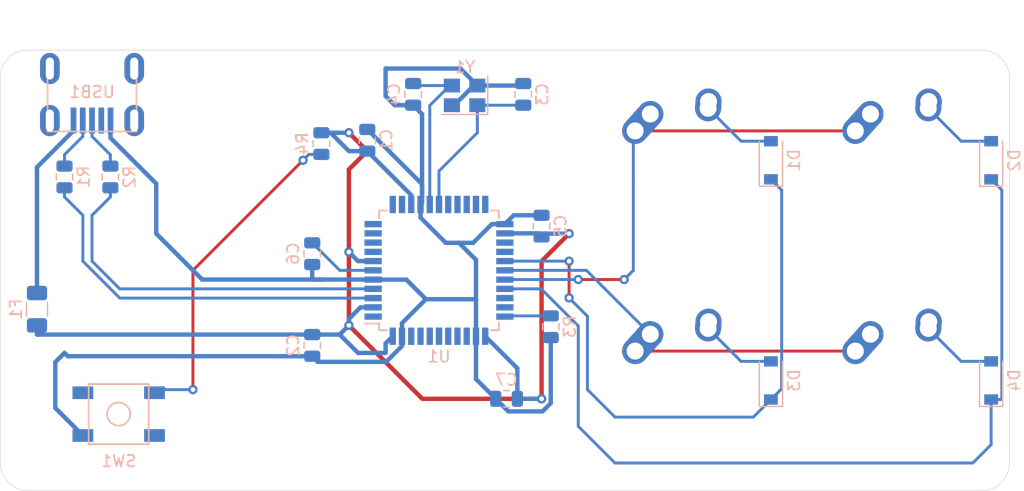
<source format=kicad_pcb>
(kicad_pcb (version 20171130) (host pcbnew "(5.1.6)-1")

  (general
    (thickness 1.6)
    (drawings 8)
    (tracks 182)
    (zones 0)
    (modules 24)
    (nets 45)
  )

  (page A4)
  (layers
    (0 F.Cu signal)
    (31 B.Cu signal)
    (32 B.Adhes user)
    (33 F.Adhes user)
    (34 B.Paste user)
    (35 F.Paste user)
    (36 B.SilkS user)
    (37 F.SilkS user)
    (38 B.Mask user)
    (39 F.Mask user)
    (40 Dwgs.User user)
    (41 Cmts.User user)
    (42 Eco1.User user)
    (43 Eco2.User user)
    (44 Edge.Cuts user)
    (45 Margin user)
    (46 B.CrtYd user)
    (47 F.CrtYd user)
    (48 B.Fab user)
    (49 F.Fab user)
  )

  (setup
    (last_trace_width 0.254)
    (trace_clearance 0.2)
    (zone_clearance 0.508)
    (zone_45_only no)
    (trace_min 0.2)
    (via_size 0.8)
    (via_drill 0.4)
    (via_min_size 0.4)
    (via_min_drill 0.3)
    (uvia_size 0.3)
    (uvia_drill 0.1)
    (uvias_allowed no)
    (uvia_min_size 0.2)
    (uvia_min_drill 0.1)
    (edge_width 0.05)
    (segment_width 0.2)
    (pcb_text_width 0.3)
    (pcb_text_size 1.5 1.5)
    (mod_edge_width 0.12)
    (mod_text_size 1 1)
    (mod_text_width 0.15)
    (pad_size 1.524 1.524)
    (pad_drill 0.762)
    (pad_to_mask_clearance 0.05)
    (aux_axis_origin 0 0)
    (visible_elements 7FFFFFFF)
    (pcbplotparams
      (layerselection 0x010fc_ffffffff)
      (usegerberextensions false)
      (usegerberattributes true)
      (usegerberadvancedattributes true)
      (creategerberjobfile true)
      (excludeedgelayer true)
      (linewidth 0.100000)
      (plotframeref false)
      (viasonmask false)
      (mode 1)
      (useauxorigin false)
      (hpglpennumber 1)
      (hpglpenspeed 20)
      (hpglpendiameter 15.000000)
      (psnegative false)
      (psa4output false)
      (plotreference true)
      (plotvalue true)
      (plotinvisibletext false)
      (padsonsilk false)
      (subtractmaskfromsilk false)
      (outputformat 1)
      (mirror false)
      (drillshape 1)
      (scaleselection 1)
      (outputdirectory ""))
  )

  (net 0 "")
  (net 1 GND)
  (net 2 +5V)
  (net 3 "Net-(C3-Pad1)")
  (net 4 "Net-(C4-Pad1)")
  (net 5 "Net-(C6-Pad1)")
  (net 6 "Net-(D1-Pad2)")
  (net 7 ROW0)
  (net 8 "Net-(D2-Pad2)")
  (net 9 ROW1)
  (net 10 "Net-(D3-Pad2)")
  (net 11 "Net-(D4-Pad2)")
  (net 12 VCC)
  (net 13 COL0)
  (net 14 COL1)
  (net 15 D-)
  (net 16 "Net-(R1-Pad1)")
  (net 17 D+)
  (net 18 "Net-(R2-Pad1)")
  (net 19 "Net-(R3-Pad2)")
  (net 20 "Net-(R4-Pad2)")
  (net 21 "Net-(U1-Pad42)")
  (net 22 "Net-(U1-Pad41)")
  (net 23 "Net-(U1-Pad40)")
  (net 24 "Net-(U1-Pad39)")
  (net 25 "Net-(U1-Pad38)")
  (net 26 "Net-(U1-Pad37)")
  (net 27 "Net-(U1-Pad36)")
  (net 28 "Net-(U1-Pad32)")
  (net 29 "Net-(U1-Pad31)")
  (net 30 "Net-(U1-Pad26)")
  (net 31 "Net-(U1-Pad25)")
  (net 32 "Net-(U1-Pad22)")
  (net 33 "Net-(U1-Pad21)")
  (net 34 "Net-(U1-Pad20)")
  (net 35 "Net-(U1-Pad19)")
  (net 36 "Net-(U1-Pad18)")
  (net 37 "Net-(U1-Pad12)")
  (net 38 "Net-(U1-Pad11)")
  (net 39 "Net-(U1-Pad10)")
  (net 40 "Net-(U1-Pad9)")
  (net 41 "Net-(U1-Pad8)")
  (net 42 "Net-(U1-Pad1)")
  (net 43 "Net-(USB1-Pad6)")
  (net 44 "Net-(USB1-Pad2)")

  (net_class Default "This is the default net class."
    (clearance 0.2)
    (trace_width 0.254)
    (via_dia 0.8)
    (via_drill 0.4)
    (uvia_dia 0.3)
    (uvia_drill 0.1)
    (add_net COL0)
    (add_net COL1)
    (add_net D+)
    (add_net D-)
    (add_net "Net-(C3-Pad1)")
    (add_net "Net-(C4-Pad1)")
    (add_net "Net-(C6-Pad1)")
    (add_net "Net-(D1-Pad2)")
    (add_net "Net-(D2-Pad2)")
    (add_net "Net-(D3-Pad2)")
    (add_net "Net-(D4-Pad2)")
    (add_net "Net-(R1-Pad1)")
    (add_net "Net-(R2-Pad1)")
    (add_net "Net-(R3-Pad2)")
    (add_net "Net-(R4-Pad2)")
    (add_net "Net-(U1-Pad1)")
    (add_net "Net-(U1-Pad10)")
    (add_net "Net-(U1-Pad11)")
    (add_net "Net-(U1-Pad12)")
    (add_net "Net-(U1-Pad18)")
    (add_net "Net-(U1-Pad19)")
    (add_net "Net-(U1-Pad20)")
    (add_net "Net-(U1-Pad21)")
    (add_net "Net-(U1-Pad22)")
    (add_net "Net-(U1-Pad25)")
    (add_net "Net-(U1-Pad26)")
    (add_net "Net-(U1-Pad31)")
    (add_net "Net-(U1-Pad32)")
    (add_net "Net-(U1-Pad36)")
    (add_net "Net-(U1-Pad37)")
    (add_net "Net-(U1-Pad38)")
    (add_net "Net-(U1-Pad39)")
    (add_net "Net-(U1-Pad40)")
    (add_net "Net-(U1-Pad41)")
    (add_net "Net-(U1-Pad42)")
    (add_net "Net-(U1-Pad8)")
    (add_net "Net-(U1-Pad9)")
    (add_net "Net-(USB1-Pad2)")
    (add_net "Net-(USB1-Pad6)")
    (add_net ROW0)
    (add_net ROW1)
  )

  (net_class Power ""
    (clearance 0.2)
    (trace_width 0.381)
    (via_dia 0.8)
    (via_drill 0.4)
    (uvia_dia 0.3)
    (uvia_drill 0.1)
    (add_net +5V)
    (add_net GND)
    (add_net VCC)
  )

  (module MX_Alps_Hybrid:MX-1U-NoLED (layer F.Cu) (tedit 5A9F5203) (tstamp 5EEFA218)
    (at 169.8625 69.85)
    (path /5EF2A6F8)
    (fp_text reference MX1 (at 0 3.175) (layer Dwgs.User)
      (effects (font (size 1 1) (thickness 0.15)))
    )
    (fp_text value MX-NoLED (at 0 -7.9375) (layer Dwgs.User)
      (effects (font (size 1 1) (thickness 0.15)))
    )
    (fp_line (start 5 -7) (end 7 -7) (layer Dwgs.User) (width 0.15))
    (fp_line (start 7 -7) (end 7 -5) (layer Dwgs.User) (width 0.15))
    (fp_line (start 5 7) (end 7 7) (layer Dwgs.User) (width 0.15))
    (fp_line (start 7 7) (end 7 5) (layer Dwgs.User) (width 0.15))
    (fp_line (start -7 5) (end -7 7) (layer Dwgs.User) (width 0.15))
    (fp_line (start -7 7) (end -5 7) (layer Dwgs.User) (width 0.15))
    (fp_line (start -5 -7) (end -7 -7) (layer Dwgs.User) (width 0.15))
    (fp_line (start -7 -7) (end -7 -5) (layer Dwgs.User) (width 0.15))
    (fp_line (start -9.525 -9.525) (end 9.525 -9.525) (layer Dwgs.User) (width 0.15))
    (fp_line (start 9.525 -9.525) (end 9.525 9.525) (layer Dwgs.User) (width 0.15))
    (fp_line (start 9.525 9.525) (end -9.525 9.525) (layer Dwgs.User) (width 0.15))
    (fp_line (start -9.525 9.525) (end -9.525 -9.525) (layer Dwgs.User) (width 0.15))
    (pad "" np_thru_hole circle (at 5.08 0 48.0996) (size 1.75 1.75) (drill 1.75) (layers *.Cu *.Mask))
    (pad "" np_thru_hole circle (at -5.08 0 48.0996) (size 1.75 1.75) (drill 1.75) (layers *.Cu *.Mask))
    (pad 1 thru_hole circle (at -2.5 -4) (size 2.25 2.25) (drill 1.47) (layers *.Cu B.Mask)
      (net 13 COL0))
    (pad "" np_thru_hole circle (at 0 0) (size 3.9878 3.9878) (drill 3.9878) (layers *.Cu *.Mask))
    (pad 1 thru_hole oval (at -3.81 -2.54 48.0996) (size 4.211556 2.25) (drill 1.47 (offset 0.980778 0)) (layers *.Cu B.Mask)
      (net 13 COL0))
    (pad 2 thru_hole circle (at 2.54 -5.08) (size 2.25 2.25) (drill 1.47) (layers *.Cu B.Mask)
      (net 6 "Net-(D1-Pad2)"))
    (pad 2 thru_hole oval (at 2.5 -4.5 86.0548) (size 2.831378 2.25) (drill 1.47 (offset 0.290689 0)) (layers *.Cu B.Mask)
      (net 6 "Net-(D1-Pad2)"))
  )

  (module Package_QFP:TQFP-44_10x10mm_P0.8mm (layer B.Cu) (tedit 5A02F146) (tstamp 5EEFA302)
    (at 149.08125 79.375)
    (descr "44-Lead Plastic Thin Quad Flatpack (PT) - 10x10x1.0 mm Body [TQFP] (see Microchip Packaging Specification 00000049BS.pdf)")
    (tags "QFP 0.8")
    (path /5EEE2341)
    (attr smd)
    (fp_text reference U1 (at 0 7.45) (layer B.SilkS)
      (effects (font (size 1 1) (thickness 0.15)) (justify mirror))
    )
    (fp_text value ATmega32U4-AU (at 0 -7.45) (layer B.Fab)
      (effects (font (size 1 1) (thickness 0.15)) (justify mirror))
    )
    (fp_line (start -4 5) (end 5 5) (layer B.Fab) (width 0.15))
    (fp_line (start 5 5) (end 5 -5) (layer B.Fab) (width 0.15))
    (fp_line (start 5 -5) (end -5 -5) (layer B.Fab) (width 0.15))
    (fp_line (start -5 -5) (end -5 4) (layer B.Fab) (width 0.15))
    (fp_line (start -5 4) (end -4 5) (layer B.Fab) (width 0.15))
    (fp_line (start -6.7 6.7) (end -6.7 -6.7) (layer B.CrtYd) (width 0.05))
    (fp_line (start 6.7 6.7) (end 6.7 -6.7) (layer B.CrtYd) (width 0.05))
    (fp_line (start -6.7 6.7) (end 6.7 6.7) (layer B.CrtYd) (width 0.05))
    (fp_line (start -6.7 -6.7) (end 6.7 -6.7) (layer B.CrtYd) (width 0.05))
    (fp_line (start -5.175 5.175) (end -5.175 4.6) (layer B.SilkS) (width 0.15))
    (fp_line (start 5.175 5.175) (end 5.175 4.5) (layer B.SilkS) (width 0.15))
    (fp_line (start 5.175 -5.175) (end 5.175 -4.5) (layer B.SilkS) (width 0.15))
    (fp_line (start -5.175 -5.175) (end -5.175 -4.5) (layer B.SilkS) (width 0.15))
    (fp_line (start -5.175 5.175) (end -4.5 5.175) (layer B.SilkS) (width 0.15))
    (fp_line (start -5.175 -5.175) (end -4.5 -5.175) (layer B.SilkS) (width 0.15))
    (fp_line (start 5.175 -5.175) (end 4.5 -5.175) (layer B.SilkS) (width 0.15))
    (fp_line (start 5.175 5.175) (end 4.5 5.175) (layer B.SilkS) (width 0.15))
    (fp_line (start -5.175 4.6) (end -6.45 4.6) (layer B.SilkS) (width 0.15))
    (fp_text user %R (at 0 0) (layer B.Fab)
      (effects (font (size 1 1) (thickness 0.15)) (justify mirror))
    )
    (pad 44 smd rect (at -4 5.7 270) (size 1.5 0.55) (layers B.Cu B.Paste B.Mask)
      (net 2 +5V))
    (pad 43 smd rect (at -3.2 5.7 270) (size 1.5 0.55) (layers B.Cu B.Paste B.Mask)
      (net 1 GND))
    (pad 42 smd rect (at -2.4 5.7 270) (size 1.5 0.55) (layers B.Cu B.Paste B.Mask)
      (net 21 "Net-(U1-Pad42)"))
    (pad 41 smd rect (at -1.6 5.7 270) (size 1.5 0.55) (layers B.Cu B.Paste B.Mask)
      (net 22 "Net-(U1-Pad41)"))
    (pad 40 smd rect (at -0.8 5.7 270) (size 1.5 0.55) (layers B.Cu B.Paste B.Mask)
      (net 23 "Net-(U1-Pad40)"))
    (pad 39 smd rect (at 0 5.7 270) (size 1.5 0.55) (layers B.Cu B.Paste B.Mask)
      (net 24 "Net-(U1-Pad39)"))
    (pad 38 smd rect (at 0.8 5.7 270) (size 1.5 0.55) (layers B.Cu B.Paste B.Mask)
      (net 25 "Net-(U1-Pad38)"))
    (pad 37 smd rect (at 1.6 5.7 270) (size 1.5 0.55) (layers B.Cu B.Paste B.Mask)
      (net 26 "Net-(U1-Pad37)"))
    (pad 36 smd rect (at 2.4 5.7 270) (size 1.5 0.55) (layers B.Cu B.Paste B.Mask)
      (net 27 "Net-(U1-Pad36)"))
    (pad 35 smd rect (at 3.2 5.7 270) (size 1.5 0.55) (layers B.Cu B.Paste B.Mask)
      (net 1 GND))
    (pad 34 smd rect (at 4 5.7 270) (size 1.5 0.55) (layers B.Cu B.Paste B.Mask)
      (net 2 +5V))
    (pad 33 smd rect (at 5.7 4) (size 1.5 0.55) (layers B.Cu B.Paste B.Mask)
      (net 19 "Net-(R3-Pad2)"))
    (pad 32 smd rect (at 5.7 3.2) (size 1.5 0.55) (layers B.Cu B.Paste B.Mask)
      (net 28 "Net-(U1-Pad32)"))
    (pad 31 smd rect (at 5.7 2.4) (size 1.5 0.55) (layers B.Cu B.Paste B.Mask)
      (net 29 "Net-(U1-Pad31)"))
    (pad 30 smd rect (at 5.7 1.6) (size 1.5 0.55) (layers B.Cu B.Paste B.Mask)
      (net 9 ROW1))
    (pad 29 smd rect (at 5.7 0.8) (size 1.5 0.55) (layers B.Cu B.Paste B.Mask)
      (net 13 COL0))
    (pad 28 smd rect (at 5.7 0) (size 1.5 0.55) (layers B.Cu B.Paste B.Mask)
      (net 14 COL1))
    (pad 27 smd rect (at 5.7 -0.8) (size 1.5 0.55) (layers B.Cu B.Paste B.Mask)
      (net 7 ROW0))
    (pad 26 smd rect (at 5.7 -1.6) (size 1.5 0.55) (layers B.Cu B.Paste B.Mask)
      (net 30 "Net-(U1-Pad26)"))
    (pad 25 smd rect (at 5.7 -2.4) (size 1.5 0.55) (layers B.Cu B.Paste B.Mask)
      (net 31 "Net-(U1-Pad25)"))
    (pad 24 smd rect (at 5.7 -3.2) (size 1.5 0.55) (layers B.Cu B.Paste B.Mask)
      (net 2 +5V))
    (pad 23 smd rect (at 5.7 -4) (size 1.5 0.55) (layers B.Cu B.Paste B.Mask)
      (net 1 GND))
    (pad 22 smd rect (at 4 -5.7 270) (size 1.5 0.55) (layers B.Cu B.Paste B.Mask)
      (net 32 "Net-(U1-Pad22)"))
    (pad 21 smd rect (at 3.2 -5.7 270) (size 1.5 0.55) (layers B.Cu B.Paste B.Mask)
      (net 33 "Net-(U1-Pad21)"))
    (pad 20 smd rect (at 2.4 -5.7 270) (size 1.5 0.55) (layers B.Cu B.Paste B.Mask)
      (net 34 "Net-(U1-Pad20)"))
    (pad 19 smd rect (at 1.6 -5.7 270) (size 1.5 0.55) (layers B.Cu B.Paste B.Mask)
      (net 35 "Net-(U1-Pad19)"))
    (pad 18 smd rect (at 0.8 -5.7 270) (size 1.5 0.55) (layers B.Cu B.Paste B.Mask)
      (net 36 "Net-(U1-Pad18)"))
    (pad 17 smd rect (at 0 -5.7 270) (size 1.5 0.55) (layers B.Cu B.Paste B.Mask)
      (net 3 "Net-(C3-Pad1)"))
    (pad 16 smd rect (at -0.8 -5.7 270) (size 1.5 0.55) (layers B.Cu B.Paste B.Mask)
      (net 4 "Net-(C4-Pad1)"))
    (pad 15 smd rect (at -1.6 -5.7 270) (size 1.5 0.55) (layers B.Cu B.Paste B.Mask)
      (net 1 GND))
    (pad 14 smd rect (at -2.4 -5.7 270) (size 1.5 0.55) (layers B.Cu B.Paste B.Mask)
      (net 2 +5V))
    (pad 13 smd rect (at -3.2 -5.7 270) (size 1.5 0.55) (layers B.Cu B.Paste B.Mask)
      (net 20 "Net-(R4-Pad2)"))
    (pad 12 smd rect (at -4 -5.7 270) (size 1.5 0.55) (layers B.Cu B.Paste B.Mask)
      (net 37 "Net-(U1-Pad12)"))
    (pad 11 smd rect (at -5.7 -4) (size 1.5 0.55) (layers B.Cu B.Paste B.Mask)
      (net 38 "Net-(U1-Pad11)"))
    (pad 10 smd rect (at -5.7 -3.2) (size 1.5 0.55) (layers B.Cu B.Paste B.Mask)
      (net 39 "Net-(U1-Pad10)"))
    (pad 9 smd rect (at -5.7 -2.4) (size 1.5 0.55) (layers B.Cu B.Paste B.Mask)
      (net 40 "Net-(U1-Pad9)"))
    (pad 8 smd rect (at -5.7 -1.6) (size 1.5 0.55) (layers B.Cu B.Paste B.Mask)
      (net 41 "Net-(U1-Pad8)"))
    (pad 7 smd rect (at -5.7 -0.8) (size 1.5 0.55) (layers B.Cu B.Paste B.Mask)
      (net 2 +5V))
    (pad 6 smd rect (at -5.7 0) (size 1.5 0.55) (layers B.Cu B.Paste B.Mask)
      (net 5 "Net-(C6-Pad1)"))
    (pad 5 smd rect (at -5.7 0.8) (size 1.5 0.55) (layers B.Cu B.Paste B.Mask)
      (net 1 GND))
    (pad 4 smd rect (at -5.7 1.6) (size 1.5 0.55) (layers B.Cu B.Paste B.Mask)
      (net 18 "Net-(R2-Pad1)"))
    (pad 3 smd rect (at -5.7 2.4) (size 1.5 0.55) (layers B.Cu B.Paste B.Mask)
      (net 16 "Net-(R1-Pad1)"))
    (pad 2 smd rect (at -5.7 3.2) (size 1.5 0.55) (layers B.Cu B.Paste B.Mask)
      (net 2 +5V))
    (pad 1 smd rect (at -5.7 4) (size 1.5 0.55) (layers B.Cu B.Paste B.Mask)
      (net 42 "Net-(U1-Pad1)"))
    (model ${KISYS3DMOD}/Package_QFP.3dshapes/TQFP-44_10x10mm_P0.8mm.wrl
      (at (xyz 0 0 0))
      (scale (xyz 1 1 1))
      (rotate (xyz 0 0 0))
    )
  )

  (module Crystal:Crystal_SMD_3225-4Pin_3.2x2.5mm (layer B.Cu) (tedit 5A0FD1B2) (tstamp 5EEFA336)
    (at 151.3 64.2375 180)
    (descr "SMD Crystal SERIES SMD3225/4 http://www.txccrystal.com/images/pdf/7m-accuracy.pdf, 3.2x2.5mm^2 package")
    (tags "SMD SMT crystal")
    (path /5EF054D7)
    (attr smd)
    (fp_text reference Y1 (at 0 2.45) (layer B.SilkS)
      (effects (font (size 1 1) (thickness 0.15)) (justify mirror))
    )
    (fp_text value 16MHz (at 0 -2.45) (layer B.Fab)
      (effects (font (size 1 1) (thickness 0.15)) (justify mirror))
    )
    (fp_line (start -1.6 1.25) (end -1.6 -1.25) (layer B.Fab) (width 0.1))
    (fp_line (start -1.6 -1.25) (end 1.6 -1.25) (layer B.Fab) (width 0.1))
    (fp_line (start 1.6 -1.25) (end 1.6 1.25) (layer B.Fab) (width 0.1))
    (fp_line (start 1.6 1.25) (end -1.6 1.25) (layer B.Fab) (width 0.1))
    (fp_line (start -1.6 -0.25) (end -0.6 -1.25) (layer B.Fab) (width 0.1))
    (fp_line (start -2 1.65) (end -2 -1.65) (layer B.SilkS) (width 0.12))
    (fp_line (start -2 -1.65) (end 2 -1.65) (layer B.SilkS) (width 0.12))
    (fp_line (start -2.1 1.7) (end -2.1 -1.7) (layer B.CrtYd) (width 0.05))
    (fp_line (start -2.1 -1.7) (end 2.1 -1.7) (layer B.CrtYd) (width 0.05))
    (fp_line (start 2.1 -1.7) (end 2.1 1.7) (layer B.CrtYd) (width 0.05))
    (fp_line (start 2.1 1.7) (end -2.1 1.7) (layer B.CrtYd) (width 0.05))
    (fp_text user %R (at 0 0) (layer B.Fab)
      (effects (font (size 0.7 0.7) (thickness 0.105)) (justify mirror))
    )
    (pad 4 smd rect (at -1.1 0.85 180) (size 1.4 1.2) (layers B.Cu B.Paste B.Mask)
      (net 1 GND))
    (pad 3 smd rect (at 1.1 0.85 180) (size 1.4 1.2) (layers B.Cu B.Paste B.Mask)
      (net 4 "Net-(C4-Pad1)"))
    (pad 2 smd rect (at 1.1 -0.85 180) (size 1.4 1.2) (layers B.Cu B.Paste B.Mask)
      (net 1 GND))
    (pad 1 smd rect (at -1.1 -0.85 180) (size 1.4 1.2) (layers B.Cu B.Paste B.Mask)
      (net 3 "Net-(C3-Pad1)"))
    (model ${KISYS3DMOD}/Crystal.3dshapes/Crystal_SMD_3225-4Pin_3.2x2.5mm.wrl
      (at (xyz 0 0 0))
      (scale (xyz 1 1 1))
      (rotate (xyz 0 0 0))
    )
  )

  (module random-keyboard-parts:Molex-0548190589 (layer B.Cu) (tedit 5C494815) (tstamp 5EEFA322)
    (at 119.0625 61.9125 270)
    (path /5EF21CB8)
    (attr smd)
    (fp_text reference USB1 (at 2.032 0) (layer B.SilkS)
      (effects (font (size 1 1) (thickness 0.15)) (justify mirror))
    )
    (fp_text value Molex-0548190589 (at -5.08 0) (layer Dwgs.User)
      (effects (font (size 1 1) (thickness 0.15)))
    )
    (fp_line (start -3.75 3.85) (end -3.75 -3.85) (layer Dwgs.User) (width 0.15))
    (fp_line (start -1.75 4.572) (end -1.75 -4.572) (layer Dwgs.User) (width 0.15))
    (fp_line (start -3.75 -3.85) (end 0 -3.85) (layer Dwgs.User) (width 0.15))
    (fp_line (start -3.75 3.85) (end 0 3.85) (layer Dwgs.User) (width 0.15))
    (fp_line (start 5.45 3.85) (end 5.45 -3.85) (layer B.SilkS) (width 0.15))
    (fp_line (start 0 -3.85) (end 5.45 -3.85) (layer B.SilkS) (width 0.15))
    (fp_line (start 0 3.85) (end 5.45 3.85) (layer B.SilkS) (width 0.15))
    (fp_line (start -3.75 3.75) (end 5.5 3.75) (layer B.CrtYd) (width 0.15))
    (fp_line (start 5.5 3.75) (end 5.5 -3.75) (layer B.CrtYd) (width 0.15))
    (fp_line (start 5.5 -3.75) (end -3.75 -3.75) (layer B.CrtYd) (width 0.15))
    (fp_line (start -3.75 -3.75) (end -3.75 3.75) (layer B.CrtYd) (width 0.15))
    (fp_line (start 5.5 2) (end 3.25 2) (layer B.CrtYd) (width 0.15))
    (fp_line (start 3.25 2) (end 3.25 -2) (layer B.CrtYd) (width 0.15))
    (fp_line (start 3.25 -2) (end 5.5 -2) (layer B.CrtYd) (width 0.15))
    (fp_line (start 5.5 -1.25) (end 3.25 -1.25) (layer B.CrtYd) (width 0.15))
    (fp_line (start 3.25 -0.5) (end 5.5 -0.5) (layer B.CrtYd) (width 0.15))
    (fp_line (start 5.5 0.5) (end 3.25 0.5) (layer B.CrtYd) (width 0.15))
    (fp_line (start 3.25 1.25) (end 5.5 1.25) (layer B.CrtYd) (width 0.15))
    (fp_text user %R (at 2 0) (layer B.CrtYd)
      (effects (font (size 1 1) (thickness 0.15)) (justify mirror))
    )
    (pad 6 thru_hole oval (at 0 3.65 270) (size 2.7 1.7) (drill oval 1.9 0.7) (layers *.Cu *.Mask)
      (net 43 "Net-(USB1-Pad6)"))
    (pad 6 thru_hole oval (at 0 -3.65 270) (size 2.7 1.7) (drill oval 1.9 0.7) (layers *.Cu *.Mask)
      (net 43 "Net-(USB1-Pad6)"))
    (pad 6 thru_hole oval (at 4.5 -3.65 270) (size 2.7 1.7) (drill oval 1.9 0.7) (layers *.Cu *.Mask)
      (net 43 "Net-(USB1-Pad6)"))
    (pad 6 thru_hole oval (at 4.5 3.65 270) (size 2.7 1.7) (drill oval 1.9 0.7) (layers *.Cu *.Mask)
      (net 43 "Net-(USB1-Pad6)"))
    (pad 5 smd rect (at 4.5 1.6 270) (size 2.25 0.5) (layers B.Cu B.Paste B.Mask)
      (net 12 VCC))
    (pad 4 smd rect (at 4.5 0.8 270) (size 2.25 0.5) (layers B.Cu B.Paste B.Mask)
      (net 15 D-))
    (pad 3 smd rect (at 4.5 0 270) (size 2.25 0.5) (layers B.Cu B.Paste B.Mask)
      (net 17 D+))
    (pad 2 smd rect (at 4.5 -0.8 270) (size 2.25 0.5) (layers B.Cu B.Paste B.Mask)
      (net 44 "Net-(USB1-Pad2)"))
    (pad 1 smd rect (at 4.5 -1.6 270) (size 2.25 0.5) (layers B.Cu B.Paste B.Mask)
      (net 1 GND))
  )

  (module random-keyboard-parts:SKQG-1155865 (layer B.Cu) (tedit 5E62B398) (tstamp 5EEFA2BF)
    (at 121.36875 91.8125 180)
    (path /5EF0FCB2)
    (attr smd)
    (fp_text reference SW1 (at 0 -4.064) (layer B.SilkS)
      (effects (font (size 1 1) (thickness 0.15)) (justify mirror))
    )
    (fp_text value SW_Push (at 0 4.064) (layer B.Fab)
      (effects (font (size 1 1) (thickness 0.15)) (justify mirror))
    )
    (fp_line (start -2.6 -1.1) (end -1.1 -2.6) (layer B.Fab) (width 0.15))
    (fp_line (start 2.6 -1.1) (end 1.1 -2.6) (layer B.Fab) (width 0.15))
    (fp_line (start 2.6 1.1) (end 1.1 2.6) (layer B.Fab) (width 0.15))
    (fp_line (start -2.6 1.1) (end -1.1 2.6) (layer B.Fab) (width 0.15))
    (fp_circle (center 0 0) (end 1 0) (layer B.Fab) (width 0.15))
    (fp_line (start -4.2 1.1) (end -4.2 2.6) (layer B.Fab) (width 0.15))
    (fp_line (start -2.6 1.1) (end -4.2 1.1) (layer B.Fab) (width 0.15))
    (fp_line (start -2.6 -1.1) (end -2.6 1.1) (layer B.Fab) (width 0.15))
    (fp_line (start -4.2 -1.1) (end -2.6 -1.1) (layer B.Fab) (width 0.15))
    (fp_line (start -4.2 -2.6) (end -4.2 -1.1) (layer B.Fab) (width 0.15))
    (fp_line (start 4.2 -2.6) (end -4.2 -2.6) (layer B.Fab) (width 0.15))
    (fp_line (start 4.2 -1.1) (end 4.2 -2.6) (layer B.Fab) (width 0.15))
    (fp_line (start 2.6 -1.1) (end 4.2 -1.1) (layer B.Fab) (width 0.15))
    (fp_line (start 2.6 1.1) (end 2.6 -1.1) (layer B.Fab) (width 0.15))
    (fp_line (start 4.2 1.1) (end 2.6 1.1) (layer B.Fab) (width 0.15))
    (fp_line (start 4.2 2.6) (end 4.2 1.2) (layer B.Fab) (width 0.15))
    (fp_line (start -4.2 2.6) (end 4.2 2.6) (layer B.Fab) (width 0.15))
    (fp_circle (center 0 0) (end 1 0) (layer B.SilkS) (width 0.15))
    (fp_line (start -2.6 -2.6) (end -2.6 2.6) (layer B.SilkS) (width 0.15))
    (fp_line (start 2.6 -2.6) (end -2.6 -2.6) (layer B.SilkS) (width 0.15))
    (fp_line (start 2.6 2.6) (end 2.6 -2.6) (layer B.SilkS) (width 0.15))
    (fp_line (start -2.6 2.6) (end 2.6 2.6) (layer B.SilkS) (width 0.15))
    (pad 4 smd rect (at -3.1 -1.85 180) (size 1.8 1.1) (layers B.Cu B.Paste B.Mask))
    (pad 3 smd rect (at 3.1 1.85 180) (size 1.8 1.1) (layers B.Cu B.Paste B.Mask))
    (pad 2 smd rect (at -3.1 1.85 180) (size 1.8 1.1) (layers B.Cu B.Paste B.Mask)
      (net 20 "Net-(R4-Pad2)"))
    (pad 1 smd rect (at 3.1 -1.85 180) (size 1.8 1.1) (layers B.Cu B.Paste B.Mask)
      (net 1 GND))
    (model ${KISYS3DMOD}/Button_Switch_SMD.3dshapes/SW_SPST_TL3342.step
      (at (xyz 0 0 0))
      (scale (xyz 1 1 1))
      (rotate (xyz 0 0 0))
    )
  )

  (module Resistor_SMD:R_0805_2012Metric (layer B.Cu) (tedit 5B36C52B) (tstamp 5EEFA2A1)
    (at 138.90625 68.40625 270)
    (descr "Resistor SMD 0805 (2012 Metric), square (rectangular) end terminal, IPC_7351 nominal, (Body size source: https://docs.google.com/spreadsheets/d/1BsfQQcO9C6DZCsRaXUlFlo91Tg2WpOkGARC1WS5S8t0/edit?usp=sharing), generated with kicad-footprint-generator")
    (tags resistor)
    (path /5EF414A3)
    (attr smd)
    (fp_text reference R4 (at 0 1.65 90) (layer B.SilkS)
      (effects (font (size 1 1) (thickness 0.15)) (justify mirror))
    )
    (fp_text value 10k (at 0 -1.65 90) (layer B.Fab)
      (effects (font (size 1 1) (thickness 0.15)) (justify mirror))
    )
    (fp_line (start -1 -0.6) (end -1 0.6) (layer B.Fab) (width 0.1))
    (fp_line (start -1 0.6) (end 1 0.6) (layer B.Fab) (width 0.1))
    (fp_line (start 1 0.6) (end 1 -0.6) (layer B.Fab) (width 0.1))
    (fp_line (start 1 -0.6) (end -1 -0.6) (layer B.Fab) (width 0.1))
    (fp_line (start -0.258578 0.71) (end 0.258578 0.71) (layer B.SilkS) (width 0.12))
    (fp_line (start -0.258578 -0.71) (end 0.258578 -0.71) (layer B.SilkS) (width 0.12))
    (fp_line (start -1.68 -0.95) (end -1.68 0.95) (layer B.CrtYd) (width 0.05))
    (fp_line (start -1.68 0.95) (end 1.68 0.95) (layer B.CrtYd) (width 0.05))
    (fp_line (start 1.68 0.95) (end 1.68 -0.95) (layer B.CrtYd) (width 0.05))
    (fp_line (start 1.68 -0.95) (end -1.68 -0.95) (layer B.CrtYd) (width 0.05))
    (fp_text user %R (at 0 0 90) (layer B.Fab)
      (effects (font (size 0.5 0.5) (thickness 0.08)) (justify mirror))
    )
    (pad 2 smd roundrect (at 0.9375 0 270) (size 0.975 1.4) (layers B.Cu B.Paste B.Mask) (roundrect_rratio 0.25)
      (net 20 "Net-(R4-Pad2)"))
    (pad 1 smd roundrect (at -0.9375 0 270) (size 0.975 1.4) (layers B.Cu B.Paste B.Mask) (roundrect_rratio 0.25)
      (net 2 +5V))
    (model ${KISYS3DMOD}/Resistor_SMD.3dshapes/R_0805_2012Metric.wrl
      (at (xyz 0 0 0))
      (scale (xyz 1 1 1))
      (rotate (xyz 0 0 0))
    )
  )

  (module Resistor_SMD:R_0805_2012Metric (layer B.Cu) (tedit 5B36C52B) (tstamp 5EEFA290)
    (at 158.75 84.25 90)
    (descr "Resistor SMD 0805 (2012 Metric), square (rectangular) end terminal, IPC_7351 nominal, (Body size source: https://docs.google.com/spreadsheets/d/1BsfQQcO9C6DZCsRaXUlFlo91Tg2WpOkGARC1WS5S8t0/edit?usp=sharing), generated with kicad-footprint-generator")
    (tags resistor)
    (path /5EEE9BE0)
    (attr smd)
    (fp_text reference R3 (at 0 1.65 90) (layer B.SilkS)
      (effects (font (size 1 1) (thickness 0.15)) (justify mirror))
    )
    (fp_text value 10k (at 0 -1.65 90) (layer B.Fab)
      (effects (font (size 1 1) (thickness 0.15)) (justify mirror))
    )
    (fp_line (start -1 -0.6) (end -1 0.6) (layer B.Fab) (width 0.1))
    (fp_line (start -1 0.6) (end 1 0.6) (layer B.Fab) (width 0.1))
    (fp_line (start 1 0.6) (end 1 -0.6) (layer B.Fab) (width 0.1))
    (fp_line (start 1 -0.6) (end -1 -0.6) (layer B.Fab) (width 0.1))
    (fp_line (start -0.258578 0.71) (end 0.258578 0.71) (layer B.SilkS) (width 0.12))
    (fp_line (start -0.258578 -0.71) (end 0.258578 -0.71) (layer B.SilkS) (width 0.12))
    (fp_line (start -1.68 -0.95) (end -1.68 0.95) (layer B.CrtYd) (width 0.05))
    (fp_line (start -1.68 0.95) (end 1.68 0.95) (layer B.CrtYd) (width 0.05))
    (fp_line (start 1.68 0.95) (end 1.68 -0.95) (layer B.CrtYd) (width 0.05))
    (fp_line (start 1.68 -0.95) (end -1.68 -0.95) (layer B.CrtYd) (width 0.05))
    (fp_text user %R (at 0 0 90) (layer B.Fab)
      (effects (font (size 0.5 0.5) (thickness 0.08)) (justify mirror))
    )
    (pad 2 smd roundrect (at 0.9375 0 90) (size 0.975 1.4) (layers B.Cu B.Paste B.Mask) (roundrect_rratio 0.25)
      (net 19 "Net-(R3-Pad2)"))
    (pad 1 smd roundrect (at -0.9375 0 90) (size 0.975 1.4) (layers B.Cu B.Paste B.Mask) (roundrect_rratio 0.25)
      (net 1 GND))
    (model ${KISYS3DMOD}/Resistor_SMD.3dshapes/R_0805_2012Metric.wrl
      (at (xyz 0 0 0))
      (scale (xyz 1 1 1))
      (rotate (xyz 0 0 0))
    )
  )

  (module Resistor_SMD:R_0805_2012Metric (layer B.Cu) (tedit 5B36C52B) (tstamp 5EEFA27F)
    (at 120.65 71.29375 90)
    (descr "Resistor SMD 0805 (2012 Metric), square (rectangular) end terminal, IPC_7351 nominal, (Body size source: https://docs.google.com/spreadsheets/d/1BsfQQcO9C6DZCsRaXUlFlo91Tg2WpOkGARC1WS5S8t0/edit?usp=sharing), generated with kicad-footprint-generator")
    (tags resistor)
    (path /5EEEE197)
    (attr smd)
    (fp_text reference R2 (at 0 1.65 270) (layer B.SilkS)
      (effects (font (size 1 1) (thickness 0.15)) (justify mirror))
    )
    (fp_text value 22 (at 0 -1.65 270) (layer B.Fab)
      (effects (font (size 1 1) (thickness 0.15)) (justify mirror))
    )
    (fp_line (start -1 -0.6) (end -1 0.6) (layer B.Fab) (width 0.1))
    (fp_line (start -1 0.6) (end 1 0.6) (layer B.Fab) (width 0.1))
    (fp_line (start 1 0.6) (end 1 -0.6) (layer B.Fab) (width 0.1))
    (fp_line (start 1 -0.6) (end -1 -0.6) (layer B.Fab) (width 0.1))
    (fp_line (start -0.258578 0.71) (end 0.258578 0.71) (layer B.SilkS) (width 0.12))
    (fp_line (start -0.258578 -0.71) (end 0.258578 -0.71) (layer B.SilkS) (width 0.12))
    (fp_line (start -1.68 -0.95) (end -1.68 0.95) (layer B.CrtYd) (width 0.05))
    (fp_line (start -1.68 0.95) (end 1.68 0.95) (layer B.CrtYd) (width 0.05))
    (fp_line (start 1.68 0.95) (end 1.68 -0.95) (layer B.CrtYd) (width 0.05))
    (fp_line (start 1.68 -0.95) (end -1.68 -0.95) (layer B.CrtYd) (width 0.05))
    (fp_text user %R (at 0 0 270) (layer B.Fab)
      (effects (font (size 0.5 0.5) (thickness 0.08)) (justify mirror))
    )
    (pad 2 smd roundrect (at 0.9375 0 90) (size 0.975 1.4) (layers B.Cu B.Paste B.Mask) (roundrect_rratio 0.25)
      (net 17 D+))
    (pad 1 smd roundrect (at -0.9375 0 90) (size 0.975 1.4) (layers B.Cu B.Paste B.Mask) (roundrect_rratio 0.25)
      (net 18 "Net-(R2-Pad1)"))
    (model ${KISYS3DMOD}/Resistor_SMD.3dshapes/R_0805_2012Metric.wrl
      (at (xyz 0 0 0))
      (scale (xyz 1 1 1))
      (rotate (xyz 0 0 0))
    )
  )

  (module Resistor_SMD:R_0805_2012Metric (layer B.Cu) (tedit 5B36C52B) (tstamp 5EEFA26E)
    (at 116.68125 71.29375 90)
    (descr "Resistor SMD 0805 (2012 Metric), square (rectangular) end terminal, IPC_7351 nominal, (Body size source: https://docs.google.com/spreadsheets/d/1BsfQQcO9C6DZCsRaXUlFlo91Tg2WpOkGARC1WS5S8t0/edit?usp=sharing), generated with kicad-footprint-generator")
    (tags resistor)
    (path /5EEEF08B)
    (attr smd)
    (fp_text reference R1 (at 0 1.65 270) (layer B.SilkS)
      (effects (font (size 1 1) (thickness 0.15)) (justify mirror))
    )
    (fp_text value 22 (at 0 -1.65 270) (layer B.Fab)
      (effects (font (size 1 1) (thickness 0.15)) (justify mirror))
    )
    (fp_line (start -1 -0.6) (end -1 0.6) (layer B.Fab) (width 0.1))
    (fp_line (start -1 0.6) (end 1 0.6) (layer B.Fab) (width 0.1))
    (fp_line (start 1 0.6) (end 1 -0.6) (layer B.Fab) (width 0.1))
    (fp_line (start 1 -0.6) (end -1 -0.6) (layer B.Fab) (width 0.1))
    (fp_line (start -0.258578 0.71) (end 0.258578 0.71) (layer B.SilkS) (width 0.12))
    (fp_line (start -0.258578 -0.71) (end 0.258578 -0.71) (layer B.SilkS) (width 0.12))
    (fp_line (start -1.68 -0.95) (end -1.68 0.95) (layer B.CrtYd) (width 0.05))
    (fp_line (start -1.68 0.95) (end 1.68 0.95) (layer B.CrtYd) (width 0.05))
    (fp_line (start 1.68 0.95) (end 1.68 -0.95) (layer B.CrtYd) (width 0.05))
    (fp_line (start 1.68 -0.95) (end -1.68 -0.95) (layer B.CrtYd) (width 0.05))
    (fp_text user %R (at 0 0 270) (layer B.Fab)
      (effects (font (size 0.5 0.5) (thickness 0.08)) (justify mirror))
    )
    (pad 2 smd roundrect (at 0.9375 0 90) (size 0.975 1.4) (layers B.Cu B.Paste B.Mask) (roundrect_rratio 0.25)
      (net 15 D-))
    (pad 1 smd roundrect (at -0.9375 0 90) (size 0.975 1.4) (layers B.Cu B.Paste B.Mask) (roundrect_rratio 0.25)
      (net 16 "Net-(R1-Pad1)"))
    (model ${KISYS3DMOD}/Resistor_SMD.3dshapes/R_0805_2012Metric.wrl
      (at (xyz 0 0 0))
      (scale (xyz 1 1 1))
      (rotate (xyz 0 0 0))
    )
  )

  (module MX_Alps_Hybrid:MX-1U-NoLED (layer F.Cu) (tedit 5A9F5203) (tstamp 5EEFA25D)
    (at 188.9125 88.9)
    (path /5EF3287E)
    (fp_text reference MX4 (at 0 3.175) (layer Dwgs.User)
      (effects (font (size 1 1) (thickness 0.15)))
    )
    (fp_text value MX-NoLED (at 0 -7.9375) (layer Dwgs.User)
      (effects (font (size 1 1) (thickness 0.15)))
    )
    (fp_line (start 5 -7) (end 7 -7) (layer Dwgs.User) (width 0.15))
    (fp_line (start 7 -7) (end 7 -5) (layer Dwgs.User) (width 0.15))
    (fp_line (start 5 7) (end 7 7) (layer Dwgs.User) (width 0.15))
    (fp_line (start 7 7) (end 7 5) (layer Dwgs.User) (width 0.15))
    (fp_line (start -7 5) (end -7 7) (layer Dwgs.User) (width 0.15))
    (fp_line (start -7 7) (end -5 7) (layer Dwgs.User) (width 0.15))
    (fp_line (start -5 -7) (end -7 -7) (layer Dwgs.User) (width 0.15))
    (fp_line (start -7 -7) (end -7 -5) (layer Dwgs.User) (width 0.15))
    (fp_line (start -9.525 -9.525) (end 9.525 -9.525) (layer Dwgs.User) (width 0.15))
    (fp_line (start 9.525 -9.525) (end 9.525 9.525) (layer Dwgs.User) (width 0.15))
    (fp_line (start 9.525 9.525) (end -9.525 9.525) (layer Dwgs.User) (width 0.15))
    (fp_line (start -9.525 9.525) (end -9.525 -9.525) (layer Dwgs.User) (width 0.15))
    (pad "" np_thru_hole circle (at 5.08 0 48.0996) (size 1.75 1.75) (drill 1.75) (layers *.Cu *.Mask))
    (pad "" np_thru_hole circle (at -5.08 0 48.0996) (size 1.75 1.75) (drill 1.75) (layers *.Cu *.Mask))
    (pad 1 thru_hole circle (at -2.5 -4) (size 2.25 2.25) (drill 1.47) (layers *.Cu B.Mask)
      (net 14 COL1))
    (pad "" np_thru_hole circle (at 0 0) (size 3.9878 3.9878) (drill 3.9878) (layers *.Cu *.Mask))
    (pad 1 thru_hole oval (at -3.81 -2.54 48.0996) (size 4.211556 2.25) (drill 1.47 (offset 0.980778 0)) (layers *.Cu B.Mask)
      (net 14 COL1))
    (pad 2 thru_hole circle (at 2.54 -5.08) (size 2.25 2.25) (drill 1.47) (layers *.Cu B.Mask)
      (net 11 "Net-(D4-Pad2)"))
    (pad 2 thru_hole oval (at 2.5 -4.5 86.0548) (size 2.831378 2.25) (drill 1.47 (offset 0.290689 0)) (layers *.Cu B.Mask)
      (net 11 "Net-(D4-Pad2)"))
  )

  (module MX_Alps_Hybrid:MX-1U-NoLED (layer F.Cu) (tedit 5A9F5203) (tstamp 5EEFA246)
    (at 169.8625 88.9)
    (path /5EF2FF68)
    (fp_text reference MX3 (at 0 3.175) (layer Dwgs.User)
      (effects (font (size 1 1) (thickness 0.15)))
    )
    (fp_text value MX-NoLED (at 0 -7.9375) (layer Dwgs.User)
      (effects (font (size 1 1) (thickness 0.15)))
    )
    (fp_line (start 5 -7) (end 7 -7) (layer Dwgs.User) (width 0.15))
    (fp_line (start 7 -7) (end 7 -5) (layer Dwgs.User) (width 0.15))
    (fp_line (start 5 7) (end 7 7) (layer Dwgs.User) (width 0.15))
    (fp_line (start 7 7) (end 7 5) (layer Dwgs.User) (width 0.15))
    (fp_line (start -7 5) (end -7 7) (layer Dwgs.User) (width 0.15))
    (fp_line (start -7 7) (end -5 7) (layer Dwgs.User) (width 0.15))
    (fp_line (start -5 -7) (end -7 -7) (layer Dwgs.User) (width 0.15))
    (fp_line (start -7 -7) (end -7 -5) (layer Dwgs.User) (width 0.15))
    (fp_line (start -9.525 -9.525) (end 9.525 -9.525) (layer Dwgs.User) (width 0.15))
    (fp_line (start 9.525 -9.525) (end 9.525 9.525) (layer Dwgs.User) (width 0.15))
    (fp_line (start 9.525 9.525) (end -9.525 9.525) (layer Dwgs.User) (width 0.15))
    (fp_line (start -9.525 9.525) (end -9.525 -9.525) (layer Dwgs.User) (width 0.15))
    (pad "" np_thru_hole circle (at 5.08 0 48.0996) (size 1.75 1.75) (drill 1.75) (layers *.Cu *.Mask))
    (pad "" np_thru_hole circle (at -5.08 0 48.0996) (size 1.75 1.75) (drill 1.75) (layers *.Cu *.Mask))
    (pad 1 thru_hole circle (at -2.5 -4) (size 2.25 2.25) (drill 1.47) (layers *.Cu B.Mask)
      (net 14 COL1))
    (pad "" np_thru_hole circle (at 0 0) (size 3.9878 3.9878) (drill 3.9878) (layers *.Cu *.Mask))
    (pad 1 thru_hole oval (at -3.81 -2.54 48.0996) (size 4.211556 2.25) (drill 1.47 (offset 0.980778 0)) (layers *.Cu B.Mask)
      (net 14 COL1))
    (pad 2 thru_hole circle (at 2.54 -5.08) (size 2.25 2.25) (drill 1.47) (layers *.Cu B.Mask)
      (net 10 "Net-(D3-Pad2)"))
    (pad 2 thru_hole oval (at 2.5 -4.5 86.0548) (size 2.831378 2.25) (drill 1.47 (offset 0.290689 0)) (layers *.Cu B.Mask)
      (net 10 "Net-(D3-Pad2)"))
  )

  (module MX_Alps_Hybrid:MX-1U-NoLED (layer F.Cu) (tedit 5A9F5203) (tstamp 5EEFA22F)
    (at 188.9125 69.85)
    (path /5EF315AE)
    (fp_text reference MX2 (at 0 3.175) (layer Dwgs.User)
      (effects (font (size 1 1) (thickness 0.15)))
    )
    (fp_text value MX-NoLED (at 0 -7.9375) (layer Dwgs.User)
      (effects (font (size 1 1) (thickness 0.15)))
    )
    (fp_line (start 5 -7) (end 7 -7) (layer Dwgs.User) (width 0.15))
    (fp_line (start 7 -7) (end 7 -5) (layer Dwgs.User) (width 0.15))
    (fp_line (start 5 7) (end 7 7) (layer Dwgs.User) (width 0.15))
    (fp_line (start 7 7) (end 7 5) (layer Dwgs.User) (width 0.15))
    (fp_line (start -7 5) (end -7 7) (layer Dwgs.User) (width 0.15))
    (fp_line (start -7 7) (end -5 7) (layer Dwgs.User) (width 0.15))
    (fp_line (start -5 -7) (end -7 -7) (layer Dwgs.User) (width 0.15))
    (fp_line (start -7 -7) (end -7 -5) (layer Dwgs.User) (width 0.15))
    (fp_line (start -9.525 -9.525) (end 9.525 -9.525) (layer Dwgs.User) (width 0.15))
    (fp_line (start 9.525 -9.525) (end 9.525 9.525) (layer Dwgs.User) (width 0.15))
    (fp_line (start 9.525 9.525) (end -9.525 9.525) (layer Dwgs.User) (width 0.15))
    (fp_line (start -9.525 9.525) (end -9.525 -9.525) (layer Dwgs.User) (width 0.15))
    (pad "" np_thru_hole circle (at 5.08 0 48.0996) (size 1.75 1.75) (drill 1.75) (layers *.Cu *.Mask))
    (pad "" np_thru_hole circle (at -5.08 0 48.0996) (size 1.75 1.75) (drill 1.75) (layers *.Cu *.Mask))
    (pad 1 thru_hole circle (at -2.5 -4) (size 2.25 2.25) (drill 1.47) (layers *.Cu B.Mask)
      (net 13 COL0))
    (pad "" np_thru_hole circle (at 0 0) (size 3.9878 3.9878) (drill 3.9878) (layers *.Cu *.Mask))
    (pad 1 thru_hole oval (at -3.81 -2.54 48.0996) (size 4.211556 2.25) (drill 1.47 (offset 0.980778 0)) (layers *.Cu B.Mask)
      (net 13 COL0))
    (pad 2 thru_hole circle (at 2.54 -5.08) (size 2.25 2.25) (drill 1.47) (layers *.Cu B.Mask)
      (net 8 "Net-(D2-Pad2)"))
    (pad 2 thru_hole oval (at 2.5 -4.5 86.0548) (size 2.831378 2.25) (drill 1.47 (offset 0.290689 0)) (layers *.Cu B.Mask)
      (net 8 "Net-(D2-Pad2)"))
  )

  (module Fuse:Fuse_1206_3216Metric (layer B.Cu) (tedit 5B301BBE) (tstamp 5EEFA201)
    (at 114.3 82.7375 270)
    (descr "Fuse SMD 1206 (3216 Metric), square (rectangular) end terminal, IPC_7351 nominal, (Body size source: http://www.tortai-tech.com/upload/download/2011102023233369053.pdf), generated with kicad-footprint-generator")
    (tags resistor)
    (path /5EF1C28D)
    (attr smd)
    (fp_text reference F1 (at 0 1.82 270) (layer B.SilkS)
      (effects (font (size 1 1) (thickness 0.15)) (justify mirror))
    )
    (fp_text value 500mA (at 0 -1.82 270) (layer B.Fab)
      (effects (font (size 1 1) (thickness 0.15)) (justify mirror))
    )
    (fp_line (start -1.6 -0.8) (end -1.6 0.8) (layer B.Fab) (width 0.1))
    (fp_line (start -1.6 0.8) (end 1.6 0.8) (layer B.Fab) (width 0.1))
    (fp_line (start 1.6 0.8) (end 1.6 -0.8) (layer B.Fab) (width 0.1))
    (fp_line (start 1.6 -0.8) (end -1.6 -0.8) (layer B.Fab) (width 0.1))
    (fp_line (start -0.602064 0.91) (end 0.602064 0.91) (layer B.SilkS) (width 0.12))
    (fp_line (start -0.602064 -0.91) (end 0.602064 -0.91) (layer B.SilkS) (width 0.12))
    (fp_line (start -2.28 -1.12) (end -2.28 1.12) (layer B.CrtYd) (width 0.05))
    (fp_line (start -2.28 1.12) (end 2.28 1.12) (layer B.CrtYd) (width 0.05))
    (fp_line (start 2.28 1.12) (end 2.28 -1.12) (layer B.CrtYd) (width 0.05))
    (fp_line (start 2.28 -1.12) (end -2.28 -1.12) (layer B.CrtYd) (width 0.05))
    (fp_text user %R (at 0 0 270) (layer B.Fab)
      (effects (font (size 0.8 0.8) (thickness 0.12)) (justify mirror))
    )
    (pad 2 smd roundrect (at 1.4 0 270) (size 1.25 1.75) (layers B.Cu B.Paste B.Mask) (roundrect_rratio 0.2)
      (net 2 +5V))
    (pad 1 smd roundrect (at -1.4 0 270) (size 1.25 1.75) (layers B.Cu B.Paste B.Mask) (roundrect_rratio 0.2)
      (net 12 VCC))
    (model ${KISYS3DMOD}/Fuse.3dshapes/Fuse_1206_3216Metric.wrl
      (at (xyz 0 0 0))
      (scale (xyz 1 1 1))
      (rotate (xyz 0 0 0))
    )
  )

  (module Diode_SMD:D_SOD-123 (layer B.Cu) (tedit 58645DC7) (tstamp 5EEFA1F0)
    (at 196.85 88.9 90)
    (descr SOD-123)
    (tags SOD-123)
    (path /5EF32884)
    (attr smd)
    (fp_text reference D4 (at 0 2 90) (layer B.SilkS)
      (effects (font (size 1 1) (thickness 0.15)) (justify mirror))
    )
    (fp_text value D_Small (at 0 -2.1 90) (layer B.Fab)
      (effects (font (size 1 1) (thickness 0.15)) (justify mirror))
    )
    (fp_line (start -2.25 1) (end -2.25 -1) (layer B.SilkS) (width 0.12))
    (fp_line (start 0.25 0) (end 0.75 0) (layer B.Fab) (width 0.1))
    (fp_line (start 0.25 -0.4) (end -0.35 0) (layer B.Fab) (width 0.1))
    (fp_line (start 0.25 0.4) (end 0.25 -0.4) (layer B.Fab) (width 0.1))
    (fp_line (start -0.35 0) (end 0.25 0.4) (layer B.Fab) (width 0.1))
    (fp_line (start -0.35 0) (end -0.35 -0.55) (layer B.Fab) (width 0.1))
    (fp_line (start -0.35 0) (end -0.35 0.55) (layer B.Fab) (width 0.1))
    (fp_line (start -0.75 0) (end -0.35 0) (layer B.Fab) (width 0.1))
    (fp_line (start -1.4 -0.9) (end -1.4 0.9) (layer B.Fab) (width 0.1))
    (fp_line (start 1.4 -0.9) (end -1.4 -0.9) (layer B.Fab) (width 0.1))
    (fp_line (start 1.4 0.9) (end 1.4 -0.9) (layer B.Fab) (width 0.1))
    (fp_line (start -1.4 0.9) (end 1.4 0.9) (layer B.Fab) (width 0.1))
    (fp_line (start -2.35 1.15) (end 2.35 1.15) (layer B.CrtYd) (width 0.05))
    (fp_line (start 2.35 1.15) (end 2.35 -1.15) (layer B.CrtYd) (width 0.05))
    (fp_line (start 2.35 -1.15) (end -2.35 -1.15) (layer B.CrtYd) (width 0.05))
    (fp_line (start -2.35 1.15) (end -2.35 -1.15) (layer B.CrtYd) (width 0.05))
    (fp_line (start -2.25 -1) (end 1.65 -1) (layer B.SilkS) (width 0.12))
    (fp_line (start -2.25 1) (end 1.65 1) (layer B.SilkS) (width 0.12))
    (fp_text user %R (at 0 2 90) (layer B.Fab)
      (effects (font (size 1 1) (thickness 0.15)) (justify mirror))
    )
    (pad 2 smd rect (at 1.65 0 90) (size 0.9 1.2) (layers B.Cu B.Paste B.Mask)
      (net 11 "Net-(D4-Pad2)"))
    (pad 1 smd rect (at -1.65 0 90) (size 0.9 1.2) (layers B.Cu B.Paste B.Mask)
      (net 9 ROW1))
    (model ${KISYS3DMOD}/Diode_SMD.3dshapes/D_SOD-123.wrl
      (at (xyz 0 0 0))
      (scale (xyz 1 1 1))
      (rotate (xyz 0 0 0))
    )
  )

  (module Diode_SMD:D_SOD-123 (layer B.Cu) (tedit 58645DC7) (tstamp 5EEFA1D7)
    (at 177.8 88.9 90)
    (descr SOD-123)
    (tags SOD-123)
    (path /5EF2FF6E)
    (attr smd)
    (fp_text reference D3 (at 0 2 90) (layer B.SilkS)
      (effects (font (size 1 1) (thickness 0.15)) (justify mirror))
    )
    (fp_text value D_Small (at 0 -2.1 90) (layer B.Fab)
      (effects (font (size 1 1) (thickness 0.15)) (justify mirror))
    )
    (fp_line (start -2.25 1) (end -2.25 -1) (layer B.SilkS) (width 0.12))
    (fp_line (start 0.25 0) (end 0.75 0) (layer B.Fab) (width 0.1))
    (fp_line (start 0.25 -0.4) (end -0.35 0) (layer B.Fab) (width 0.1))
    (fp_line (start 0.25 0.4) (end 0.25 -0.4) (layer B.Fab) (width 0.1))
    (fp_line (start -0.35 0) (end 0.25 0.4) (layer B.Fab) (width 0.1))
    (fp_line (start -0.35 0) (end -0.35 -0.55) (layer B.Fab) (width 0.1))
    (fp_line (start -0.35 0) (end -0.35 0.55) (layer B.Fab) (width 0.1))
    (fp_line (start -0.75 0) (end -0.35 0) (layer B.Fab) (width 0.1))
    (fp_line (start -1.4 -0.9) (end -1.4 0.9) (layer B.Fab) (width 0.1))
    (fp_line (start 1.4 -0.9) (end -1.4 -0.9) (layer B.Fab) (width 0.1))
    (fp_line (start 1.4 0.9) (end 1.4 -0.9) (layer B.Fab) (width 0.1))
    (fp_line (start -1.4 0.9) (end 1.4 0.9) (layer B.Fab) (width 0.1))
    (fp_line (start -2.35 1.15) (end 2.35 1.15) (layer B.CrtYd) (width 0.05))
    (fp_line (start 2.35 1.15) (end 2.35 -1.15) (layer B.CrtYd) (width 0.05))
    (fp_line (start 2.35 -1.15) (end -2.35 -1.15) (layer B.CrtYd) (width 0.05))
    (fp_line (start -2.35 1.15) (end -2.35 -1.15) (layer B.CrtYd) (width 0.05))
    (fp_line (start -2.25 -1) (end 1.65 -1) (layer B.SilkS) (width 0.12))
    (fp_line (start -2.25 1) (end 1.65 1) (layer B.SilkS) (width 0.12))
    (fp_text user %R (at 0 2 90) (layer B.Fab)
      (effects (font (size 1 1) (thickness 0.15)) (justify mirror))
    )
    (pad 2 smd rect (at 1.65 0 90) (size 0.9 1.2) (layers B.Cu B.Paste B.Mask)
      (net 10 "Net-(D3-Pad2)"))
    (pad 1 smd rect (at -1.65 0 90) (size 0.9 1.2) (layers B.Cu B.Paste B.Mask)
      (net 7 ROW0))
    (model ${KISYS3DMOD}/Diode_SMD.3dshapes/D_SOD-123.wrl
      (at (xyz 0 0 0))
      (scale (xyz 1 1 1))
      (rotate (xyz 0 0 0))
    )
  )

  (module Diode_SMD:D_SOD-123 (layer B.Cu) (tedit 58645DC7) (tstamp 5EEFA1BE)
    (at 196.85 69.85 90)
    (descr SOD-123)
    (tags SOD-123)
    (path /5EF315B4)
    (attr smd)
    (fp_text reference D2 (at 0 2 90) (layer B.SilkS)
      (effects (font (size 1 1) (thickness 0.15)) (justify mirror))
    )
    (fp_text value D_Small (at 0 -2.1 90) (layer B.Fab)
      (effects (font (size 1 1) (thickness 0.15)) (justify mirror))
    )
    (fp_line (start -2.25 1) (end -2.25 -1) (layer B.SilkS) (width 0.12))
    (fp_line (start 0.25 0) (end 0.75 0) (layer B.Fab) (width 0.1))
    (fp_line (start 0.25 -0.4) (end -0.35 0) (layer B.Fab) (width 0.1))
    (fp_line (start 0.25 0.4) (end 0.25 -0.4) (layer B.Fab) (width 0.1))
    (fp_line (start -0.35 0) (end 0.25 0.4) (layer B.Fab) (width 0.1))
    (fp_line (start -0.35 0) (end -0.35 -0.55) (layer B.Fab) (width 0.1))
    (fp_line (start -0.35 0) (end -0.35 0.55) (layer B.Fab) (width 0.1))
    (fp_line (start -0.75 0) (end -0.35 0) (layer B.Fab) (width 0.1))
    (fp_line (start -1.4 -0.9) (end -1.4 0.9) (layer B.Fab) (width 0.1))
    (fp_line (start 1.4 -0.9) (end -1.4 -0.9) (layer B.Fab) (width 0.1))
    (fp_line (start 1.4 0.9) (end 1.4 -0.9) (layer B.Fab) (width 0.1))
    (fp_line (start -1.4 0.9) (end 1.4 0.9) (layer B.Fab) (width 0.1))
    (fp_line (start -2.35 1.15) (end 2.35 1.15) (layer B.CrtYd) (width 0.05))
    (fp_line (start 2.35 1.15) (end 2.35 -1.15) (layer B.CrtYd) (width 0.05))
    (fp_line (start 2.35 -1.15) (end -2.35 -1.15) (layer B.CrtYd) (width 0.05))
    (fp_line (start -2.35 1.15) (end -2.35 -1.15) (layer B.CrtYd) (width 0.05))
    (fp_line (start -2.25 -1) (end 1.65 -1) (layer B.SilkS) (width 0.12))
    (fp_line (start -2.25 1) (end 1.65 1) (layer B.SilkS) (width 0.12))
    (fp_text user %R (at 0 2 90) (layer B.Fab)
      (effects (font (size 1 1) (thickness 0.15)) (justify mirror))
    )
    (pad 2 smd rect (at 1.65 0 90) (size 0.9 1.2) (layers B.Cu B.Paste B.Mask)
      (net 8 "Net-(D2-Pad2)"))
    (pad 1 smd rect (at -1.65 0 90) (size 0.9 1.2) (layers B.Cu B.Paste B.Mask)
      (net 9 ROW1))
    (model ${KISYS3DMOD}/Diode_SMD.3dshapes/D_SOD-123.wrl
      (at (xyz 0 0 0))
      (scale (xyz 1 1 1))
      (rotate (xyz 0 0 0))
    )
  )

  (module Diode_SMD:D_SOD-123 (layer B.Cu) (tedit 58645DC7) (tstamp 5EEFA1A5)
    (at 177.8 69.85 90)
    (descr SOD-123)
    (tags SOD-123)
    (path /5EF2BA86)
    (attr smd)
    (fp_text reference D1 (at 0 2 90) (layer B.SilkS)
      (effects (font (size 1 1) (thickness 0.15)) (justify mirror))
    )
    (fp_text value D_Small (at 0 -2.1 90) (layer B.Fab)
      (effects (font (size 1 1) (thickness 0.15)) (justify mirror))
    )
    (fp_line (start -2.25 1) (end -2.25 -1) (layer B.SilkS) (width 0.12))
    (fp_line (start 0.25 0) (end 0.75 0) (layer B.Fab) (width 0.1))
    (fp_line (start 0.25 -0.4) (end -0.35 0) (layer B.Fab) (width 0.1))
    (fp_line (start 0.25 0.4) (end 0.25 -0.4) (layer B.Fab) (width 0.1))
    (fp_line (start -0.35 0) (end 0.25 0.4) (layer B.Fab) (width 0.1))
    (fp_line (start -0.35 0) (end -0.35 -0.55) (layer B.Fab) (width 0.1))
    (fp_line (start -0.35 0) (end -0.35 0.55) (layer B.Fab) (width 0.1))
    (fp_line (start -0.75 0) (end -0.35 0) (layer B.Fab) (width 0.1))
    (fp_line (start -1.4 -0.9) (end -1.4 0.9) (layer B.Fab) (width 0.1))
    (fp_line (start 1.4 -0.9) (end -1.4 -0.9) (layer B.Fab) (width 0.1))
    (fp_line (start 1.4 0.9) (end 1.4 -0.9) (layer B.Fab) (width 0.1))
    (fp_line (start -1.4 0.9) (end 1.4 0.9) (layer B.Fab) (width 0.1))
    (fp_line (start -2.35 1.15) (end 2.35 1.15) (layer B.CrtYd) (width 0.05))
    (fp_line (start 2.35 1.15) (end 2.35 -1.15) (layer B.CrtYd) (width 0.05))
    (fp_line (start 2.35 -1.15) (end -2.35 -1.15) (layer B.CrtYd) (width 0.05))
    (fp_line (start -2.35 1.15) (end -2.35 -1.15) (layer B.CrtYd) (width 0.05))
    (fp_line (start -2.25 -1) (end 1.65 -1) (layer B.SilkS) (width 0.12))
    (fp_line (start -2.25 1) (end 1.65 1) (layer B.SilkS) (width 0.12))
    (fp_text user %R (at 0 2 90) (layer B.Fab)
      (effects (font (size 1 1) (thickness 0.15)) (justify mirror))
    )
    (pad 2 smd rect (at 1.65 0 90) (size 0.9 1.2) (layers B.Cu B.Paste B.Mask)
      (net 6 "Net-(D1-Pad2)"))
    (pad 1 smd rect (at -1.65 0 90) (size 0.9 1.2) (layers B.Cu B.Paste B.Mask)
      (net 7 ROW0))
    (model ${KISYS3DMOD}/Diode_SMD.3dshapes/D_SOD-123.wrl
      (at (xyz 0 0 0))
      (scale (xyz 1 1 1))
      (rotate (xyz 0 0 0))
    )
  )

  (module Capacitor_SMD:C_0805_2012Metric (layer B.Cu) (tedit 5B36C52B) (tstamp 5EEFA18C)
    (at 154.925 90.4875 180)
    (descr "Capacitor SMD 0805 (2012 Metric), square (rectangular) end terminal, IPC_7351 nominal, (Body size source: https://docs.google.com/spreadsheets/d/1BsfQQcO9C6DZCsRaXUlFlo91Tg2WpOkGARC1WS5S8t0/edit?usp=sharing), generated with kicad-footprint-generator")
    (tags capacitor)
    (path /5EEF8927)
    (attr smd)
    (fp_text reference C7 (at 0 1.65) (layer B.SilkS)
      (effects (font (size 1 1) (thickness 0.15)) (justify mirror))
    )
    (fp_text value 10uF (at 0 -1.65) (layer B.Fab)
      (effects (font (size 1 1) (thickness 0.15)) (justify mirror))
    )
    (fp_line (start -1 -0.6) (end -1 0.6) (layer B.Fab) (width 0.1))
    (fp_line (start -1 0.6) (end 1 0.6) (layer B.Fab) (width 0.1))
    (fp_line (start 1 0.6) (end 1 -0.6) (layer B.Fab) (width 0.1))
    (fp_line (start 1 -0.6) (end -1 -0.6) (layer B.Fab) (width 0.1))
    (fp_line (start -0.258578 0.71) (end 0.258578 0.71) (layer B.SilkS) (width 0.12))
    (fp_line (start -0.258578 -0.71) (end 0.258578 -0.71) (layer B.SilkS) (width 0.12))
    (fp_line (start -1.68 -0.95) (end -1.68 0.95) (layer B.CrtYd) (width 0.05))
    (fp_line (start -1.68 0.95) (end 1.68 0.95) (layer B.CrtYd) (width 0.05))
    (fp_line (start 1.68 0.95) (end 1.68 -0.95) (layer B.CrtYd) (width 0.05))
    (fp_line (start 1.68 -0.95) (end -1.68 -0.95) (layer B.CrtYd) (width 0.05))
    (fp_text user %R (at 0 0) (layer B.Fab)
      (effects (font (size 0.5 0.5) (thickness 0.08)) (justify mirror))
    )
    (pad 2 smd roundrect (at 0.9375 0 180) (size 0.975 1.4) (layers B.Cu B.Paste B.Mask) (roundrect_rratio 0.25)
      (net 1 GND))
    (pad 1 smd roundrect (at -0.9375 0 180) (size 0.975 1.4) (layers B.Cu B.Paste B.Mask) (roundrect_rratio 0.25)
      (net 2 +5V))
    (model ${KISYS3DMOD}/Capacitor_SMD.3dshapes/C_0805_2012Metric.wrl
      (at (xyz 0 0 0))
      (scale (xyz 1 1 1))
      (rotate (xyz 0 0 0))
    )
  )

  (module Capacitor_SMD:C_0805_2012Metric (layer B.Cu) (tedit 5B36C52B) (tstamp 5EEFA17B)
    (at 138.1125 77.93125 270)
    (descr "Capacitor SMD 0805 (2012 Metric), square (rectangular) end terminal, IPC_7351 nominal, (Body size source: https://docs.google.com/spreadsheets/d/1BsfQQcO9C6DZCsRaXUlFlo91Tg2WpOkGARC1WS5S8t0/edit?usp=sharing), generated with kicad-footprint-generator")
    (tags capacitor)
    (path /5EEF2142)
    (attr smd)
    (fp_text reference C6 (at 0 1.65 90) (layer B.SilkS)
      (effects (font (size 1 1) (thickness 0.15)) (justify mirror))
    )
    (fp_text value 1uF (at 0 -1.65 90) (layer B.Fab)
      (effects (font (size 1 1) (thickness 0.15)) (justify mirror))
    )
    (fp_line (start -1 -0.6) (end -1 0.6) (layer B.Fab) (width 0.1))
    (fp_line (start -1 0.6) (end 1 0.6) (layer B.Fab) (width 0.1))
    (fp_line (start 1 0.6) (end 1 -0.6) (layer B.Fab) (width 0.1))
    (fp_line (start 1 -0.6) (end -1 -0.6) (layer B.Fab) (width 0.1))
    (fp_line (start -0.258578 0.71) (end 0.258578 0.71) (layer B.SilkS) (width 0.12))
    (fp_line (start -0.258578 -0.71) (end 0.258578 -0.71) (layer B.SilkS) (width 0.12))
    (fp_line (start -1.68 -0.95) (end -1.68 0.95) (layer B.CrtYd) (width 0.05))
    (fp_line (start -1.68 0.95) (end 1.68 0.95) (layer B.CrtYd) (width 0.05))
    (fp_line (start 1.68 0.95) (end 1.68 -0.95) (layer B.CrtYd) (width 0.05))
    (fp_line (start 1.68 -0.95) (end -1.68 -0.95) (layer B.CrtYd) (width 0.05))
    (fp_text user %R (at 0 0 90) (layer B.Fab)
      (effects (font (size 0.5 0.5) (thickness 0.08)) (justify mirror))
    )
    (pad 2 smd roundrect (at 0.9375 0 270) (size 0.975 1.4) (layers B.Cu B.Paste B.Mask) (roundrect_rratio 0.25)
      (net 1 GND))
    (pad 1 smd roundrect (at -0.9375 0 270) (size 0.975 1.4) (layers B.Cu B.Paste B.Mask) (roundrect_rratio 0.25)
      (net 5 "Net-(C6-Pad1)"))
    (model ${KISYS3DMOD}/Capacitor_SMD.3dshapes/C_0805_2012Metric.wrl
      (at (xyz 0 0 0))
      (scale (xyz 1 1 1))
      (rotate (xyz 0 0 0))
    )
  )

  (module Capacitor_SMD:C_0805_2012Metric (layer B.Cu) (tedit 5B36C52B) (tstamp 5EEFA16A)
    (at 157.95625 75.55 90)
    (descr "Capacitor SMD 0805 (2012 Metric), square (rectangular) end terminal, IPC_7351 nominal, (Body size source: https://docs.google.com/spreadsheets/d/1BsfQQcO9C6DZCsRaXUlFlo91Tg2WpOkGARC1WS5S8t0/edit?usp=sharing), generated with kicad-footprint-generator")
    (tags capacitor)
    (path /5EEF796E)
    (attr smd)
    (fp_text reference C5 (at 0 1.65 90) (layer B.SilkS)
      (effects (font (size 1 1) (thickness 0.15)) (justify mirror))
    )
    (fp_text value 0.1uF (at 0 -1.65 90) (layer B.Fab)
      (effects (font (size 1 1) (thickness 0.15)) (justify mirror))
    )
    (fp_line (start -1 -0.6) (end -1 0.6) (layer B.Fab) (width 0.1))
    (fp_line (start -1 0.6) (end 1 0.6) (layer B.Fab) (width 0.1))
    (fp_line (start 1 0.6) (end 1 -0.6) (layer B.Fab) (width 0.1))
    (fp_line (start 1 -0.6) (end -1 -0.6) (layer B.Fab) (width 0.1))
    (fp_line (start -0.258578 0.71) (end 0.258578 0.71) (layer B.SilkS) (width 0.12))
    (fp_line (start -0.258578 -0.71) (end 0.258578 -0.71) (layer B.SilkS) (width 0.12))
    (fp_line (start -1.68 -0.95) (end -1.68 0.95) (layer B.CrtYd) (width 0.05))
    (fp_line (start -1.68 0.95) (end 1.68 0.95) (layer B.CrtYd) (width 0.05))
    (fp_line (start 1.68 0.95) (end 1.68 -0.95) (layer B.CrtYd) (width 0.05))
    (fp_line (start 1.68 -0.95) (end -1.68 -0.95) (layer B.CrtYd) (width 0.05))
    (fp_text user %R (at 0 0 90) (layer B.Fab)
      (effects (font (size 0.5 0.5) (thickness 0.08)) (justify mirror))
    )
    (pad 2 smd roundrect (at 0.9375 0 90) (size 0.975 1.4) (layers B.Cu B.Paste B.Mask) (roundrect_rratio 0.25)
      (net 1 GND))
    (pad 1 smd roundrect (at -0.9375 0 90) (size 0.975 1.4) (layers B.Cu B.Paste B.Mask) (roundrect_rratio 0.25)
      (net 2 +5V))
    (model ${KISYS3DMOD}/Capacitor_SMD.3dshapes/C_0805_2012Metric.wrl
      (at (xyz 0 0 0))
      (scale (xyz 1 1 1))
      (rotate (xyz 0 0 0))
    )
  )

  (module Capacitor_SMD:C_0805_2012Metric (layer B.Cu) (tedit 5B36C52B) (tstamp 5EEFA159)
    (at 146.84375 64.15 270)
    (descr "Capacitor SMD 0805 (2012 Metric), square (rectangular) end terminal, IPC_7351 nominal, (Body size source: https://docs.google.com/spreadsheets/d/1BsfQQcO9C6DZCsRaXUlFlo91Tg2WpOkGARC1WS5S8t0/edit?usp=sharing), generated with kicad-footprint-generator")
    (tags capacitor)
    (path /5EF08CB4)
    (attr smd)
    (fp_text reference C4 (at 0 1.65 270) (layer B.SilkS)
      (effects (font (size 1 1) (thickness 0.15)) (justify mirror))
    )
    (fp_text value 22pF (at 0 -1.65 270) (layer B.Fab)
      (effects (font (size 1 1) (thickness 0.15)) (justify mirror))
    )
    (fp_line (start -1 -0.6) (end -1 0.6) (layer B.Fab) (width 0.1))
    (fp_line (start -1 0.6) (end 1 0.6) (layer B.Fab) (width 0.1))
    (fp_line (start 1 0.6) (end 1 -0.6) (layer B.Fab) (width 0.1))
    (fp_line (start 1 -0.6) (end -1 -0.6) (layer B.Fab) (width 0.1))
    (fp_line (start -0.258578 0.71) (end 0.258578 0.71) (layer B.SilkS) (width 0.12))
    (fp_line (start -0.258578 -0.71) (end 0.258578 -0.71) (layer B.SilkS) (width 0.12))
    (fp_line (start -1.68 -0.95) (end -1.68 0.95) (layer B.CrtYd) (width 0.05))
    (fp_line (start -1.68 0.95) (end 1.68 0.95) (layer B.CrtYd) (width 0.05))
    (fp_line (start 1.68 0.95) (end 1.68 -0.95) (layer B.CrtYd) (width 0.05))
    (fp_line (start 1.68 -0.95) (end -1.68 -0.95) (layer B.CrtYd) (width 0.05))
    (fp_text user %R (at 0 0 270) (layer B.Fab)
      (effects (font (size 0.5 0.5) (thickness 0.08)) (justify mirror))
    )
    (pad 2 smd roundrect (at 0.9375 0 270) (size 0.975 1.4) (layers B.Cu B.Paste B.Mask) (roundrect_rratio 0.25)
      (net 1 GND))
    (pad 1 smd roundrect (at -0.9375 0 270) (size 0.975 1.4) (layers B.Cu B.Paste B.Mask) (roundrect_rratio 0.25)
      (net 4 "Net-(C4-Pad1)"))
    (model ${KISYS3DMOD}/Capacitor_SMD.3dshapes/C_0805_2012Metric.wrl
      (at (xyz 0 0 0))
      (scale (xyz 1 1 1))
      (rotate (xyz 0 0 0))
    )
  )

  (module Capacitor_SMD:C_0805_2012Metric (layer B.Cu) (tedit 5B36C52B) (tstamp 5EEFA148)
    (at 156.36875 64.15 90)
    (descr "Capacitor SMD 0805 (2012 Metric), square (rectangular) end terminal, IPC_7351 nominal, (Body size source: https://docs.google.com/spreadsheets/d/1BsfQQcO9C6DZCsRaXUlFlo91Tg2WpOkGARC1WS5S8t0/edit?usp=sharing), generated with kicad-footprint-generator")
    (tags capacitor)
    (path /5EF072F6)
    (attr smd)
    (fp_text reference C3 (at 0 1.65 270) (layer B.SilkS)
      (effects (font (size 1 1) (thickness 0.15)) (justify mirror))
    )
    (fp_text value 22pF (at 0 -1.65 270) (layer B.Fab)
      (effects (font (size 1 1) (thickness 0.15)) (justify mirror))
    )
    (fp_line (start -1 -0.6) (end -1 0.6) (layer B.Fab) (width 0.1))
    (fp_line (start -1 0.6) (end 1 0.6) (layer B.Fab) (width 0.1))
    (fp_line (start 1 0.6) (end 1 -0.6) (layer B.Fab) (width 0.1))
    (fp_line (start 1 -0.6) (end -1 -0.6) (layer B.Fab) (width 0.1))
    (fp_line (start -0.258578 0.71) (end 0.258578 0.71) (layer B.SilkS) (width 0.12))
    (fp_line (start -0.258578 -0.71) (end 0.258578 -0.71) (layer B.SilkS) (width 0.12))
    (fp_line (start -1.68 -0.95) (end -1.68 0.95) (layer B.CrtYd) (width 0.05))
    (fp_line (start -1.68 0.95) (end 1.68 0.95) (layer B.CrtYd) (width 0.05))
    (fp_line (start 1.68 0.95) (end 1.68 -0.95) (layer B.CrtYd) (width 0.05))
    (fp_line (start 1.68 -0.95) (end -1.68 -0.95) (layer B.CrtYd) (width 0.05))
    (fp_text user %R (at 0 0 270) (layer B.Fab)
      (effects (font (size 0.5 0.5) (thickness 0.08)) (justify mirror))
    )
    (pad 2 smd roundrect (at 0.9375 0 90) (size 0.975 1.4) (layers B.Cu B.Paste B.Mask) (roundrect_rratio 0.25)
      (net 1 GND))
    (pad 1 smd roundrect (at -0.9375 0 90) (size 0.975 1.4) (layers B.Cu B.Paste B.Mask) (roundrect_rratio 0.25)
      (net 3 "Net-(C3-Pad1)"))
    (model ${KISYS3DMOD}/Capacitor_SMD.3dshapes/C_0805_2012Metric.wrl
      (at (xyz 0 0 0))
      (scale (xyz 1 1 1))
      (rotate (xyz 0 0 0))
    )
  )

  (module Capacitor_SMD:C_0805_2012Metric (layer B.Cu) (tedit 5B36C52B) (tstamp 5EEFA137)
    (at 138.1125 85.86875 270)
    (descr "Capacitor SMD 0805 (2012 Metric), square (rectangular) end terminal, IPC_7351 nominal, (Body size source: https://docs.google.com/spreadsheets/d/1BsfQQcO9C6DZCsRaXUlFlo91Tg2WpOkGARC1WS5S8t0/edit?usp=sharing), generated with kicad-footprint-generator")
    (tags capacitor)
    (path /5EEF6CAE)
    (attr smd)
    (fp_text reference C2 (at 0 1.65 270) (layer B.SilkS)
      (effects (font (size 1 1) (thickness 0.15)) (justify mirror))
    )
    (fp_text value 0.1uF (at 0 -1.65 270) (layer B.Fab)
      (effects (font (size 1 1) (thickness 0.15)) (justify mirror))
    )
    (fp_line (start -1 -0.6) (end -1 0.6) (layer B.Fab) (width 0.1))
    (fp_line (start -1 0.6) (end 1 0.6) (layer B.Fab) (width 0.1))
    (fp_line (start 1 0.6) (end 1 -0.6) (layer B.Fab) (width 0.1))
    (fp_line (start 1 -0.6) (end -1 -0.6) (layer B.Fab) (width 0.1))
    (fp_line (start -0.258578 0.71) (end 0.258578 0.71) (layer B.SilkS) (width 0.12))
    (fp_line (start -0.258578 -0.71) (end 0.258578 -0.71) (layer B.SilkS) (width 0.12))
    (fp_line (start -1.68 -0.95) (end -1.68 0.95) (layer B.CrtYd) (width 0.05))
    (fp_line (start -1.68 0.95) (end 1.68 0.95) (layer B.CrtYd) (width 0.05))
    (fp_line (start 1.68 0.95) (end 1.68 -0.95) (layer B.CrtYd) (width 0.05))
    (fp_line (start 1.68 -0.95) (end -1.68 -0.95) (layer B.CrtYd) (width 0.05))
    (fp_text user %R (at 0 0 270) (layer B.Fab)
      (effects (font (size 0.5 0.5) (thickness 0.08)) (justify mirror))
    )
    (pad 2 smd roundrect (at 0.9375 0 270) (size 0.975 1.4) (layers B.Cu B.Paste B.Mask) (roundrect_rratio 0.25)
      (net 1 GND))
    (pad 1 smd roundrect (at -0.9375 0 270) (size 0.975 1.4) (layers B.Cu B.Paste B.Mask) (roundrect_rratio 0.25)
      (net 2 +5V))
    (model ${KISYS3DMOD}/Capacitor_SMD.3dshapes/C_0805_2012Metric.wrl
      (at (xyz 0 0 0))
      (scale (xyz 1 1 1))
      (rotate (xyz 0 0 0))
    )
  )

  (module Capacitor_SMD:C_0805_2012Metric (layer B.Cu) (tedit 5B36C52B) (tstamp 5EEFA126)
    (at 142.875 68.11875 90)
    (descr "Capacitor SMD 0805 (2012 Metric), square (rectangular) end terminal, IPC_7351 nominal, (Body size source: https://docs.google.com/spreadsheets/d/1BsfQQcO9C6DZCsRaXUlFlo91Tg2WpOkGARC1WS5S8t0/edit?usp=sharing), generated with kicad-footprint-generator")
    (tags capacitor)
    (path /5EEF5F01)
    (attr smd)
    (fp_text reference C1 (at 0 1.65 270) (layer B.SilkS)
      (effects (font (size 1 1) (thickness 0.15)) (justify mirror))
    )
    (fp_text value 0.1uF (at 0 -1.65 270) (layer B.Fab)
      (effects (font (size 1 1) (thickness 0.15)) (justify mirror))
    )
    (fp_line (start -1 -0.6) (end -1 0.6) (layer B.Fab) (width 0.1))
    (fp_line (start -1 0.6) (end 1 0.6) (layer B.Fab) (width 0.1))
    (fp_line (start 1 0.6) (end 1 -0.6) (layer B.Fab) (width 0.1))
    (fp_line (start 1 -0.6) (end -1 -0.6) (layer B.Fab) (width 0.1))
    (fp_line (start -0.258578 0.71) (end 0.258578 0.71) (layer B.SilkS) (width 0.12))
    (fp_line (start -0.258578 -0.71) (end 0.258578 -0.71) (layer B.SilkS) (width 0.12))
    (fp_line (start -1.68 -0.95) (end -1.68 0.95) (layer B.CrtYd) (width 0.05))
    (fp_line (start -1.68 0.95) (end 1.68 0.95) (layer B.CrtYd) (width 0.05))
    (fp_line (start 1.68 0.95) (end 1.68 -0.95) (layer B.CrtYd) (width 0.05))
    (fp_line (start 1.68 -0.95) (end -1.68 -0.95) (layer B.CrtYd) (width 0.05))
    (fp_text user %R (at 0 0 270) (layer B.Fab)
      (effects (font (size 0.5 0.5) (thickness 0.08)) (justify mirror))
    )
    (pad 2 smd roundrect (at 0.9375 0 90) (size 0.975 1.4) (layers B.Cu B.Paste B.Mask) (roundrect_rratio 0.25)
      (net 1 GND))
    (pad 1 smd roundrect (at -0.9375 0 90) (size 0.975 1.4) (layers B.Cu B.Paste B.Mask) (roundrect_rratio 0.25)
      (net 2 +5V))
    (model ${KISYS3DMOD}/Capacitor_SMD.3dshapes/C_0805_2012Metric.wrl
      (at (xyz 0 0 0))
      (scale (xyz 1 1 1))
      (rotate (xyz 0 0 0))
    )
  )

  (gr_line (start 111.125 62.70625) (end 111.125 96.04375) (layer Edge.Cuts) (width 0.05) (tstamp 5EEFC6EC))
  (gr_line (start 196.05625 60.325) (end 113.50625 60.325) (layer Edge.Cuts) (width 0.05) (tstamp 5EEFC6EB))
  (gr_line (start 198.4375 96.04375) (end 198.4375 62.70625) (layer Edge.Cuts) (width 0.05) (tstamp 5EEFC6EA))
  (gr_line (start 113.50625 98.425) (end 196.05625 98.425) (layer Edge.Cuts) (width 0.05) (tstamp 5EEFC6E9))
  (gr_arc (start 113.50625 96.04375) (end 111.125 96.04375) (angle -90) (layer Edge.Cuts) (width 0.05))
  (gr_arc (start 113.50625 62.70625) (end 111.125 62.70625) (angle 90) (layer Edge.Cuts) (width 0.05))
  (gr_arc (start 196.05625 96.04375) (end 196.05625 98.425) (angle -90) (layer Edge.Cuts) (width 0.05))
  (gr_arc (start 196.05625 62.70625) (end 198.4375 62.70625) (angle -90) (layer Edge.Cuts) (width 0.05))

  (segment (start 152.097098 63.3875) (end 152.4 63.3875) (width 0.381) (layer B.Cu) (net 1))
  (segment (start 150.397098 65.0875) (end 152.097098 63.3875) (width 0.381) (layer B.Cu) (net 1))
  (segment (start 150.2 65.0875) (end 150.397098 65.0875) (width 0.381) (layer B.Cu) (net 1))
  (segment (start 145.25625 65.0875) (end 146.84375 65.0875) (width 0.381) (layer B.Cu) (net 1))
  (segment (start 144.4625 64.29375) (end 145.25625 65.0875) (width 0.381) (layer B.Cu) (net 1))
  (segment (start 144.4625 61.9125) (end 144.4625 64.29375) (width 0.381) (layer B.Cu) (net 1))
  (segment (start 152.4 63.3875) (end 150.925 61.9125) (width 0.381) (layer B.Cu) (net 1))
  (segment (start 150.925 61.9125) (end 144.4625 61.9125) (width 0.381) (layer B.Cu) (net 1))
  (segment (start 146.84375 65.0875) (end 147.615749 65.859499) (width 0.381) (layer B.Cu) (net 1))
  (segment (start 147.615749 73.540501) (end 147.48125 73.675) (width 0.381) (layer B.Cu) (net 1))
  (segment (start 156.19375 63.3875) (end 156.36875 63.2125) (width 0.381) (layer B.Cu) (net 1))
  (segment (start 152.4 63.3875) (end 156.19375 63.3875) (width 0.381) (layer B.Cu) (net 1))
  (segment (start 142.875 67.18125) (end 147.615749 71.921999) (width 0.381) (layer B.Cu) (net 1))
  (segment (start 147.615749 71.921999) (end 147.615749 73.003249) (width 0.381) (layer B.Cu) (net 1))
  (segment (start 147.615749 65.859499) (end 147.615749 73.003249) (width 0.381) (layer B.Cu) (net 1))
  (segment (start 147.615749 73.003249) (end 147.615749 73.540501) (width 0.381) (layer B.Cu) (net 1))
  (segment (start 116.96875 86.80625) (end 138.1125 86.80625) (width 0.381) (layer B.Cu) (net 1))
  (segment (start 116.68125 86.51875) (end 116.96875 86.80625) (width 0.381) (layer B.Cu) (net 1))
  (segment (start 115.8875 87.3125) (end 116.68125 86.51875) (width 0.381) (layer B.Cu) (net 1))
  (segment (start 118.26875 93.6625) (end 115.8875 91.28125) (width 0.381) (layer B.Cu) (net 1))
  (segment (start 115.8875 91.28125) (end 115.8875 87.3125) (width 0.381) (layer B.Cu) (net 1))
  (segment (start 144.511145 87.291777) (end 145.88125 85.921672) (width 0.381) (layer B.Cu) (net 1))
  (segment (start 138.598027 87.291777) (end 144.511145 87.291777) (width 0.381) (layer B.Cu) (net 1))
  (segment (start 145.88125 85.921672) (end 145.88125 85.075) (width 0.381) (layer B.Cu) (net 1))
  (segment (start 138.1125 86.80625) (end 138.598027 87.291777) (width 0.381) (layer B.Cu) (net 1))
  (segment (start 152.28125 88.78125) (end 152.28125 85.075) (width 0.381) (layer B.Cu) (net 1))
  (segment (start 153.9875 90.4875) (end 152.28125 88.78125) (width 0.381) (layer B.Cu) (net 1))
  (segment (start 158.75 90.863692) (end 158.75 85.1875) (width 0.381) (layer B.Cu) (net 1))
  (segment (start 158.035682 91.57801) (end 158.75 90.863692) (width 0.381) (layer B.Cu) (net 1))
  (segment (start 155.07801 91.57801) (end 158.035682 91.57801) (width 0.381) (layer B.Cu) (net 1))
  (segment (start 153.9875 90.4875) (end 155.07801 91.57801) (width 0.381) (layer B.Cu) (net 1))
  (segment (start 153.65025 75.375) (end 152.0315 76.99375) (width 0.381) (layer B.Cu) (net 1))
  (segment (start 154.78125 75.375) (end 153.65025 75.375) (width 0.381) (layer B.Cu) (net 1))
  (segment (start 147.48125 74.806) (end 147.48125 73.675) (width 0.381) (layer B.Cu) (net 1))
  (segment (start 149.669 76.99375) (end 147.48125 74.806) (width 0.381) (layer B.Cu) (net 1))
  (segment (start 152.28125 78.4625) (end 150.8125 76.99375) (width 0.381) (layer B.Cu) (net 1))
  (segment (start 152.0315 76.99375) (end 150.8125 76.99375) (width 0.381) (layer B.Cu) (net 1))
  (segment (start 150.8125 76.99375) (end 149.669 76.99375) (width 0.381) (layer B.Cu) (net 1))
  (segment (start 147.95025 81.875) (end 152.28125 81.875) (width 0.381) (layer B.Cu) (net 1))
  (segment (start 145.88125 83.944) (end 147.95025 81.875) (width 0.381) (layer B.Cu) (net 1))
  (segment (start 145.88125 85.075) (end 145.88125 83.944) (width 0.381) (layer B.Cu) (net 1))
  (segment (start 152.28125 85.075) (end 152.28125 81.875) (width 0.381) (layer B.Cu) (net 1))
  (segment (start 152.28125 81.875) (end 152.28125 78.4625) (width 0.381) (layer B.Cu) (net 1))
  (segment (start 146.25025 80.175) (end 143.38125 80.175) (width 0.381) (layer B.Cu) (net 1))
  (segment (start 147.95025 81.875) (end 146.25025 80.175) (width 0.381) (layer B.Cu) (net 1))
  (segment (start 138.1125 78.86875) (end 138.1125 80.16875) (width 0.381) (layer B.Cu) (net 1))
  (segment (start 143.375 80.16875) (end 143.38125 80.175) (width 0.381) (layer B.Cu) (net 1))
  (segment (start 120.6625 67.9185) (end 124.61875 71.87475) (width 0.381) (layer B.Cu) (net 1))
  (segment (start 120.6625 66.4125) (end 120.6625 67.9185) (width 0.381) (layer B.Cu) (net 1))
  (segment (start 124.61875 71.87475) (end 124.61875 76.2) (width 0.381) (layer B.Cu) (net 1))
  (segment (start 128.5875 80.16875) (end 138.90625 80.16875) (width 0.381) (layer B.Cu) (net 1))
  (segment (start 124.61875 76.2) (end 128.5875 80.16875) (width 0.381) (layer B.Cu) (net 1))
  (segment (start 138.1125 80.16875) (end 138.90625 80.16875) (width 0.381) (layer B.Cu) (net 1))
  (segment (start 138.90625 80.16875) (end 143.375 80.16875) (width 0.381) (layer B.Cu) (net 1))
  (segment (start 155.54375 74.6125) (end 154.78125 75.375) (width 0.381) (layer B.Cu) (net 1))
  (segment (start 157.95625 74.6125) (end 155.54375 74.6125) (width 0.381) (layer B.Cu) (net 1))
  (segment (start 146.68125 72.8625) (end 146.68125 73.675) (width 0.381) (layer B.Cu) (net 2))
  (segment (start 142.875 69.05625) (end 146.68125 72.8625) (width 0.381) (layer B.Cu) (net 2))
  (segment (start 157.95625 76.4875) (end 157.66875 76.2) (width 0.381) (layer B.Cu) (net 2))
  (segment (start 157.64375 76.175) (end 154.78125 76.175) (width 0.381) (layer B.Cu) (net 2))
  (segment (start 157.95625 76.4875) (end 157.64375 76.175) (width 0.381) (layer B.Cu) (net 2))
  (segment (start 114.3 84.1375) (end 114.3 84.93125) (width 0.381) (layer B.Cu) (net 2))
  (segment (start 114.3 84.93125) (end 138.1125 84.93125) (width 0.381) (layer B.Cu) (net 2))
  (segment (start 138.90625 67.46875) (end 139.7 67.46875) (width 0.381) (layer B.Cu) (net 2))
  (segment (start 141.2875 69.05625) (end 142.875 69.05625) (width 0.381) (layer B.Cu) (net 2))
  (segment (start 139.7 67.46875) (end 141.2875 69.05625) (width 0.381) (layer B.Cu) (net 2))
  (via (at 141.2875 67.46875) (size 0.8) (drill 0.4) (layers F.Cu B.Cu) (net 2))
  (segment (start 138.90625 67.46875) (end 141.2875 67.46875) (width 0.381) (layer B.Cu) (net 2))
  (segment (start 141.2875 67.46875) (end 142.875 69.05625) (width 0.381) (layer F.Cu) (net 2))
  (segment (start 142.875 69.05625) (end 141.2875 70.64375) (width 0.381) (layer F.Cu) (net 2))
  (via (at 141.2875 84.1375) (size 0.8) (drill 0.4) (layers F.Cu B.Cu) (net 2))
  (segment (start 140.49375 84.93125) (end 141.2875 84.1375) (width 0.381) (layer B.Cu) (net 2))
  (segment (start 138.1125 84.93125) (end 140.49375 84.93125) (width 0.381) (layer B.Cu) (net 2))
  (segment (start 142.284315 82.575) (end 143.38125 82.575) (width 0.381) (layer B.Cu) (net 2))
  (segment (start 141.2875 83.571815) (end 142.284315 82.575) (width 0.381) (layer B.Cu) (net 2))
  (segment (start 141.2875 84.1375) (end 141.2875 83.571815) (width 0.381) (layer B.Cu) (net 2))
  (segment (start 140.49375 84.93125) (end 142.08125 86.51875) (width 0.381) (layer B.Cu) (net 2))
  (segment (start 142.08125 86.51875) (end 144.4625 86.51875) (width 0.381) (layer B.Cu) (net 2))
  (segment (start 144.4625 85.69375) (end 145.08125 85.075) (width 0.381) (layer B.Cu) (net 2))
  (segment (start 144.4625 86.51875) (end 144.4625 85.69375) (width 0.381) (layer B.Cu) (net 2))
  (segment (start 141.2875 84.1375) (end 147.6375 90.4875) (width 0.381) (layer F.Cu) (net 2))
  (via (at 157.95625 90.4875) (size 0.8) (drill 0.4) (layers F.Cu B.Cu) (net 2))
  (segment (start 147.6375 90.4875) (end 157.95625 90.4875) (width 0.381) (layer F.Cu) (net 2))
  (via (at 157.95625 90.4875) (size 0.8) (drill 0.4) (layers F.Cu B.Cu) (net 2))
  (segment (start 157.95625 90.4875) (end 155.8625 90.4875) (width 0.381) (layer B.Cu) (net 2))
  (segment (start 155.8625 87.85625) (end 153.08125 85.075) (width 0.381) (layer B.Cu) (net 2))
  (segment (start 155.8625 90.4875) (end 155.8625 87.85625) (width 0.381) (layer B.Cu) (net 2))
  (via (at 160.3375 76.2) (size 0.8) (drill 0.4) (layers F.Cu B.Cu) (net 2))
  (segment (start 157.95625 90.4875) (end 157.95625 78.58125) (width 0.381) (layer F.Cu) (net 2))
  (segment (start 157.95625 78.58125) (end 160.3375 76.2) (width 0.381) (layer F.Cu) (net 2))
  (segment (start 158.24375 76.2) (end 157.95625 76.4875) (width 0.381) (layer B.Cu) (net 2))
  (segment (start 160.3375 76.2) (end 158.24375 76.2) (width 0.381) (layer B.Cu) (net 2))
  (segment (start 142.075 78.575) (end 141.2875 77.7875) (width 0.381) (layer B.Cu) (net 2))
  (via (at 141.2875 77.7875) (size 0.8) (drill 0.4) (layers F.Cu B.Cu) (net 2))
  (segment (start 143.38125 78.575) (end 142.075 78.575) (width 0.381) (layer B.Cu) (net 2))
  (segment (start 141.2875 70.64375) (end 141.2875 77.7875) (width 0.381) (layer F.Cu) (net 2))
  (segment (start 141.2875 77.7875) (end 141.2875 84.1375) (width 0.381) (layer F.Cu) (net 2))
  (segment (start 149.08125 73.675) (end 149.08125 70.7875) (width 0.254) (layer B.Cu) (net 3))
  (segment (start 152.4 67.46875) (end 152.4 65.0875) (width 0.254) (layer B.Cu) (net 3))
  (segment (start 149.08125 70.7875) (end 152.4 67.46875) (width 0.254) (layer B.Cu) (net 3))
  (segment (start 152.4 65.0875) (end 156.36875 65.0875) (width 0.254) (layer B.Cu) (net 3))
  (segment (start 147.01875 63.3875) (end 146.84375 63.2125) (width 0.254) (layer B.Cu) (net 4))
  (segment (start 150.2 63.3875) (end 147.01875 63.3875) (width 0.254) (layer B.Cu) (net 4))
  (segment (start 150.011398 63.3875) (end 150.2 63.3875) (width 0.254) (layer B.Cu) (net 4))
  (segment (start 148.28125 65.117648) (end 150.011398 63.3875) (width 0.254) (layer B.Cu) (net 4))
  (segment (start 148.28125 73.675) (end 148.28125 65.117648) (width 0.254) (layer B.Cu) (net 4))
  (segment (start 140.49375 79.375) (end 143.38125 79.375) (width 0.254) (layer B.Cu) (net 5))
  (segment (start 138.1125 76.99375) (end 140.49375 79.375) (width 0.254) (layer B.Cu) (net 5))
  (segment (start 175.2125 68.2) (end 172.3625 65.35) (width 0.254) (layer B.Cu) (net 6))
  (segment (start 177.8 68.2) (end 175.2125 68.2) (width 0.254) (layer B.Cu) (net 6))
  (segment (start 178.727001 72.427001) (end 177.8 71.5) (width 0.254) (layer B.Cu) (net 7))
  (segment (start 178.727001 89.622999) (end 178.727001 72.427001) (width 0.254) (layer B.Cu) (net 7))
  (segment (start 177.8 90.55) (end 178.727001 89.622999) (width 0.254) (layer B.Cu) (net 7))
  (segment (start 177.8 90.55) (end 176.275 92.075) (width 0.254) (layer B.Cu) (net 7))
  (segment (start 176.275 92.075) (end 164.30625 92.075) (width 0.254) (layer B.Cu) (net 7))
  (segment (start 164.30625 92.075) (end 161.925 89.69375) (width 0.254) (layer B.Cu) (net 7))
  (via (at 160.3375 81.75625) (size 0.8) (drill 0.4) (layers F.Cu B.Cu) (net 7))
  (segment (start 161.925 89.69375) (end 161.925 83.34375) (width 0.254) (layer B.Cu) (net 7))
  (segment (start 161.925 83.34375) (end 160.3375 81.75625) (width 0.254) (layer B.Cu) (net 7))
  (via (at 160.3375 78.58125) (size 0.8) (drill 0.4) (layers F.Cu B.Cu) (net 7))
  (segment (start 160.3375 81.75625) (end 160.3375 78.58125) (width 0.254) (layer F.Cu) (net 7))
  (segment (start 154.7875 78.58125) (end 154.78125 78.575) (width 0.254) (layer B.Cu) (net 7))
  (segment (start 160.3375 78.58125) (end 154.7875 78.58125) (width 0.254) (layer B.Cu) (net 7))
  (segment (start 194.2625 68.2) (end 191.4125 65.35) (width 0.254) (layer B.Cu) (net 8))
  (segment (start 196.85 68.2) (end 194.2625 68.2) (width 0.254) (layer B.Cu) (net 8))
  (segment (start 197.777001 90.476999) (end 197.777001 72.427001) (width 0.254) (layer B.Cu) (net 9))
  (segment (start 197.704 90.55) (end 197.777001 90.476999) (width 0.254) (layer B.Cu) (net 9))
  (segment (start 197.777001 72.427001) (end 196.85 71.5) (width 0.254) (layer B.Cu) (net 9))
  (segment (start 196.85 90.55) (end 197.704 90.55) (width 0.254) (layer B.Cu) (net 9))
  (segment (start 196.85 90.55) (end 196.85 94.45625) (width 0.254) (layer B.Cu) (net 9))
  (segment (start 196.85 94.45625) (end 195.2625 96.04375) (width 0.254) (layer B.Cu) (net 9))
  (segment (start 195.2625 96.04375) (end 164.30625 96.04375) (width 0.254) (layer B.Cu) (net 9))
  (segment (start 164.30625 96.04375) (end 161.13125 92.86875) (width 0.254) (layer B.Cu) (net 9))
  (segment (start 157.919678 80.975) (end 154.78125 80.975) (width 0.254) (layer B.Cu) (net 9))
  (segment (start 161.13125 84.186572) (end 157.919678 80.975) (width 0.254) (layer B.Cu) (net 9))
  (segment (start 161.13125 92.86875) (end 161.13125 84.186572) (width 0.254) (layer B.Cu) (net 9))
  (segment (start 175.2125 87.25) (end 172.3625 84.4) (width 0.254) (layer B.Cu) (net 10))
  (segment (start 177.8 87.25) (end 175.2125 87.25) (width 0.254) (layer B.Cu) (net 10))
  (segment (start 194.2625 87.25) (end 191.4125 84.4) (width 0.254) (layer B.Cu) (net 11))
  (segment (start 196.85 87.25) (end 194.2625 87.25) (width 0.254) (layer B.Cu) (net 11))
  (segment (start 117.4625 67.2875) (end 114.3 70.45) (width 0.381) (layer B.Cu) (net 12))
  (segment (start 117.4625 66.4125) (end 117.4625 67.2875) (width 0.381) (layer B.Cu) (net 12))
  (segment (start 114.3 70.45) (end 114.3 81.3375) (width 0.381) (layer B.Cu) (net 12))
  (segment (start 165.89375 67.46875) (end 165.89375 71.4375) (width 0.254) (layer B.Cu) (net 13))
  (via (at 165.1 80.16875) (size 0.8) (drill 0.4) (layers F.Cu B.Cu) (net 13))
  (segment (start 165.89375 71.4375) (end 165.89375 79.375) (width 0.254) (layer B.Cu) (net 13))
  (segment (start 165.89375 79.375) (end 165.1 80.16875) (width 0.254) (layer B.Cu) (net 13))
  (via (at 161.13125 80.16875) (size 0.8) (drill 0.4) (layers F.Cu B.Cu) (net 13))
  (segment (start 165.1 80.16875) (end 161.13125 80.16875) (width 0.254) (layer F.Cu) (net 13))
  (segment (start 154.7875 80.16875) (end 154.78125 80.175) (width 0.254) (layer B.Cu) (net 13))
  (segment (start 161.13125 80.16875) (end 154.7875 80.16875) (width 0.254) (layer B.Cu) (net 13))
  (segment (start 166.0525 67.31) (end 185.1025 67.31) (width 0.254) (layer F.Cu) (net 13))
  (segment (start 161.8375 79.375) (end 154.78125 79.375) (width 0.254) (layer B.Cu) (net 14))
  (segment (start 167.3625 84.9) (end 161.8375 79.375) (width 0.254) (layer B.Cu) (net 14))
  (segment (start 172.455684 86.36) (end 185.1025 86.36) (width 0.254) (layer F.Cu) (net 14))
  (segment (start 166.0525 86.36) (end 172.455684 86.36) (width 0.254) (layer F.Cu) (net 14))
  (segment (start 116.68125 69.37275) (end 116.68125 70.35625) (width 0.254) (layer B.Cu) (net 15))
  (segment (start 118.2625 67.7915) (end 116.68125 69.37275) (width 0.254) (layer B.Cu) (net 15))
  (segment (start 118.2625 66.4125) (end 118.2625 67.7915) (width 0.254) (layer B.Cu) (net 15))
  (segment (start 116.68125 72.23125) (end 116.68125 73.025) (width 0.254) (layer B.Cu) (net 16))
  (segment (start 116.68125 73.025) (end 118.26875 74.6125) (width 0.254) (layer B.Cu) (net 16))
  (segment (start 118.26875 74.6125) (end 118.26875 78.58125) (width 0.254) (layer B.Cu) (net 16))
  (segment (start 121.4625 81.775) (end 143.38125 81.775) (width 0.254) (layer B.Cu) (net 16))
  (segment (start 118.26875 78.58125) (end 121.4625 81.775) (width 0.254) (layer B.Cu) (net 16))
  (segment (start 120.65 69.379) (end 120.65 70.35625) (width 0.254) (layer B.Cu) (net 17))
  (segment (start 119.0625 67.7915) (end 120.65 69.379) (width 0.254) (layer B.Cu) (net 17))
  (segment (start 119.0625 66.4125) (end 119.0625 67.7915) (width 0.254) (layer B.Cu) (net 17))
  (segment (start 120.65 72.23125) (end 120.65 73.025) (width 0.254) (layer B.Cu) (net 18))
  (segment (start 120.65 73.025) (end 119.0625 74.6125) (width 0.254) (layer B.Cu) (net 18))
  (segment (start 119.0625 74.6125) (end 119.0625 78.58125) (width 0.254) (layer B.Cu) (net 18))
  (segment (start 121.45625 80.975) (end 143.38125 80.975) (width 0.254) (layer B.Cu) (net 18))
  (segment (start 119.0625 78.58125) (end 121.45625 80.975) (width 0.254) (layer B.Cu) (net 18))
  (segment (start 154.84375 83.3125) (end 154.78125 83.375) (width 0.254) (layer B.Cu) (net 19))
  (segment (start 158.75 83.3125) (end 154.84375 83.3125) (width 0.254) (layer B.Cu) (net 19))
  (segment (start 138.90625 69.34375) (end 137.825 69.34375) (width 0.254) (layer B.Cu) (net 20))
  (via (at 137.31875 69.85) (size 0.8) (drill 0.4) (layers F.Cu B.Cu) (net 20))
  (segment (start 137.825 69.34375) (end 137.31875 69.85) (width 0.254) (layer B.Cu) (net 20))
  (via (at 127.79375 89.69375) (size 0.8) (drill 0.4) (layers F.Cu B.Cu) (net 20))
  (segment (start 137.31875 69.85) (end 127.79375 79.375) (width 0.254) (layer F.Cu) (net 20))
  (segment (start 127.79375 79.375) (end 127.79375 89.69375) (width 0.254) (layer F.Cu) (net 20))
  (segment (start 124.7375 89.69375) (end 124.46875 89.9625) (width 0.254) (layer B.Cu) (net 20))
  (segment (start 127.79375 89.69375) (end 124.7375 89.69375) (width 0.254) (layer B.Cu) (net 20))

)

</source>
